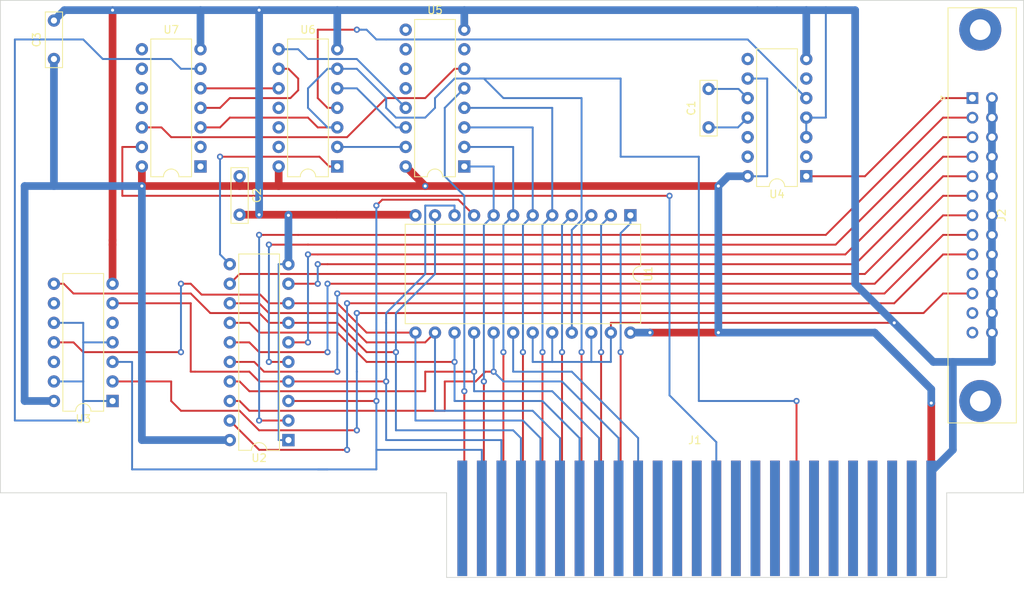
<source format=kicad_pcb>
(kicad_pcb (version 20171130) (host pcbnew 5.0.2+dfsg1-1+deb10u1)

  (general
    (thickness 1.6)
    (drawings 8)
    (tracks 515)
    (zones 0)
    (modules 12)
    (nets 93)
  )

  (page A4)
  (title_block
    (title "Apple II Print Buffer")
    (date 2023-10-27)
    (company Benningtons.net)
  )

  (layers
    (0 F.Cu signal)
    (31 B.Cu signal)
    (32 B.Adhes user)
    (33 F.Adhes user)
    (34 B.Paste user)
    (35 F.Paste user)
    (36 B.SilkS user)
    (37 F.SilkS user)
    (38 B.Mask user)
    (39 F.Mask user)
    (40 Dwgs.User user)
    (41 Cmts.User user)
    (42 Eco1.User user)
    (43 Eco2.User user)
    (44 Edge.Cuts user)
    (45 Margin user)
    (46 B.CrtYd user)
    (47 F.CrtYd user)
    (48 B.Fab user)
    (49 F.Fab user)
  )

  (setup
    (last_trace_width 0.25)
    (user_trace_width 1)
    (trace_clearance 0.2)
    (zone_clearance 0.508)
    (zone_45_only no)
    (trace_min 0.2)
    (segment_width 0.2)
    (edge_width 0.1)
    (via_size 0.8)
    (via_drill 0.4)
    (via_min_size 0.4)
    (via_min_drill 0.3)
    (uvia_size 0.3)
    (uvia_drill 0.1)
    (uvias_allowed no)
    (uvia_min_size 0.2)
    (uvia_min_drill 0.1)
    (pcb_text_width 0.3)
    (pcb_text_size 1.5 1.5)
    (mod_edge_width 0.15)
    (mod_text_size 1 1)
    (mod_text_width 0.15)
    (pad_size 1.5 1.5)
    (pad_drill 0.6)
    (pad_to_mask_clearance 0)
    (solder_mask_min_width 0.25)
    (aux_axis_origin 0 0)
    (visible_elements FFFFFF7F)
    (pcbplotparams
      (layerselection 0x010fc_ffffffff)
      (usegerberextensions false)
      (usegerberattributes false)
      (usegerberadvancedattributes false)
      (creategerberjobfile false)
      (excludeedgelayer true)
      (linewidth 0.100000)
      (plotframeref false)
      (viasonmask false)
      (mode 1)
      (useauxorigin false)
      (hpglpennumber 1)
      (hpglpenspeed 20)
      (hpglpendiameter 15.000000)
      (psnegative false)
      (psa4output false)
      (plotreference true)
      (plotvalue true)
      (plotinvisibletext false)
      (padsonsilk false)
      (subtractmaskfromsilk false)
      (outputformat 1)
      (mirror false)
      (drillshape 1)
      (scaleselection 1)
      (outputdirectory ""))
  )

  (net 0 "")
  (net 1 "Net-(C1-Pad1)")
  (net 2 "Net-(C1-Pad2)")
  (net 3 GND)
  (net 4 +5V)
  (net 5 Q3-2MHz-Clock)
  (net 6 A5)
  (net 7 Device-Select)
  (net 8 D7)
  (net 9 A7)
  (net 10 D6)
  (net 11 D5)
  (net 12 R~W)
  (net 13 "Net-(J1-Pad50)")
  (net 14 D1)
  (net 15 D0)
  (net 16 A1)
  (net 17 D2)
  (net 18 A3)
  (net 19 A2)
  (net 20 D3)
  (net 21 D4)
  (net 22 A4)
  (net 23 IO-Select)
  (net 24 A0)
  (net 25 A6)
  (net 26 "Net-(J1-Pad10)")
  (net 27 "Net-(J1-Pad11)")
  (net 28 "Net-(J1-Pad12)")
  (net 29 "Net-(J1-Pad13)")
  (net 30 "Net-(J1-Pad14)")
  (net 31 "Net-(J1-Pad15)")
  (net 32 "Net-(J1-Pad16)")
  (net 33 "Net-(J1-Pad17)")
  (net 34 "Net-(J1-Pad19)")
  (net 35 "Net-(J1-Pad20)")
  (net 36 "Net-(J1-Pad21)")
  (net 37 "Net-(J1-Pad22)")
  (net 38 "Net-(J1-Pad23)")
  (net 39 "Net-(J1-Pad24)")
  (net 40 "Net-(J1-Pad40)")
  (net 41 "Net-(J1-Pad39)")
  (net 42 "Net-(J1-Pad38)")
  (net 43 "Net-(J1-Pad36)")
  (net 44 "Net-(J1-Pad35)")
  (net 45 "Net-(J1-Pad34)")
  (net 46 "Net-(J1-Pad33)")
  (net 47 "Net-(J1-Pad32)")
  (net 48 "Net-(J1-Pad31)")
  (net 49 "Net-(J1-Pad30)")
  (net 50 "Net-(J1-Pad29)")
  (net 51 "Net-(J1-Pad28)")
  (net 52 "Net-(J1-Pad27)")
  (net 53 ~Data-Strobe)
  (net 54 "Net-(J2-Pad3)")
  (net 55 "Net-(J2-Pad5)")
  (net 56 "Net-(J2-Pad7)")
  (net 57 "Net-(J2-Pad9)")
  (net 58 Printer-Busy)
  (net 59 "Net-(J2-Pad13)")
  (net 60 "Net-(U2-Pad11)")
  (net 61 "Net-(U3-Pad1)")
  (net 62 "Net-(U3-Pad9)")
  (net 63 "Net-(U3-Pad5)")
  (net 64 "Net-(U3-Pad12)")
  (net 65 "Net-(U4-Pad6)")
  (net 66 "Net-(U4-Pad5)")
  (net 67 "Net-(U5-Pad9)")
  (net 68 "Net-(U5-Pad10)")
  (net 69 "Net-(U5-Pad11)")
  (net 70 "Net-(U5-Pad12)")
  (net 71 "Net-(U5-Pad13)")
  (net 72 "Net-(U5-Pad6)")
  (net 73 "Net-(U5-Pad14)")
  (net 74 "Net-(U5-Pad7)")
  (net 75 "Net-(U5-Pad15)")
  (net 76 "Net-(U6-Pad13)")
  (net 77 "Net-(U6-Pad12)")
  (net 78 "Net-(U6-Pad11)")
  (net 79 "Net-(U6-Pad10)")
  (net 80 "Net-(U6-Pad9)")
  (net 81 "Net-(U7-Pad1)")
  (net 82 "Net-(U7-Pad8)")
  (net 83 "Net-(U7-Pad2)")
  (net 84 "Net-(U7-Pad9)")
  (net 85 "Net-(U7-Pad10)")
  (net 86 "Net-(U7-Pad11)")
  (net 87 "Net-(J2-Pad11)")
  (net 88 "Net-(J2-Pad15)")
  (net 89 "Net-(J2-Pad17)")
  (net 90 "Net-(J2-Pad19)")
  (net 91 "Net-(J2-Pad23)")
  (net 92 "Net-(J2-Pad25)")

  (net_class Default "This is the default net class."
    (clearance 0.2)
    (trace_width 0.25)
    (via_dia 0.8)
    (via_drill 0.4)
    (uvia_dia 0.3)
    (uvia_drill 0.1)
    (add_net +5V)
    (add_net A0)
    (add_net A1)
    (add_net A2)
    (add_net A3)
    (add_net A4)
    (add_net A5)
    (add_net A6)
    (add_net A7)
    (add_net D0)
    (add_net D1)
    (add_net D2)
    (add_net D3)
    (add_net D4)
    (add_net D5)
    (add_net D6)
    (add_net D7)
    (add_net Device-Select)
    (add_net GND)
    (add_net IO-Select)
    (add_net "Net-(C1-Pad1)")
    (add_net "Net-(C1-Pad2)")
    (add_net "Net-(J1-Pad10)")
    (add_net "Net-(J1-Pad11)")
    (add_net "Net-(J1-Pad12)")
    (add_net "Net-(J1-Pad13)")
    (add_net "Net-(J1-Pad14)")
    (add_net "Net-(J1-Pad15)")
    (add_net "Net-(J1-Pad16)")
    (add_net "Net-(J1-Pad17)")
    (add_net "Net-(J1-Pad19)")
    (add_net "Net-(J1-Pad20)")
    (add_net "Net-(J1-Pad21)")
    (add_net "Net-(J1-Pad22)")
    (add_net "Net-(J1-Pad23)")
    (add_net "Net-(J1-Pad24)")
    (add_net "Net-(J1-Pad27)")
    (add_net "Net-(J1-Pad28)")
    (add_net "Net-(J1-Pad29)")
    (add_net "Net-(J1-Pad30)")
    (add_net "Net-(J1-Pad31)")
    (add_net "Net-(J1-Pad32)")
    (add_net "Net-(J1-Pad33)")
    (add_net "Net-(J1-Pad34)")
    (add_net "Net-(J1-Pad35)")
    (add_net "Net-(J1-Pad36)")
    (add_net "Net-(J1-Pad38)")
    (add_net "Net-(J1-Pad39)")
    (add_net "Net-(J1-Pad40)")
    (add_net "Net-(J1-Pad50)")
    (add_net "Net-(J2-Pad11)")
    (add_net "Net-(J2-Pad13)")
    (add_net "Net-(J2-Pad15)")
    (add_net "Net-(J2-Pad17)")
    (add_net "Net-(J2-Pad19)")
    (add_net "Net-(J2-Pad23)")
    (add_net "Net-(J2-Pad25)")
    (add_net "Net-(J2-Pad3)")
    (add_net "Net-(J2-Pad5)")
    (add_net "Net-(J2-Pad7)")
    (add_net "Net-(J2-Pad9)")
    (add_net "Net-(U2-Pad11)")
    (add_net "Net-(U3-Pad1)")
    (add_net "Net-(U3-Pad12)")
    (add_net "Net-(U3-Pad5)")
    (add_net "Net-(U3-Pad9)")
    (add_net "Net-(U4-Pad5)")
    (add_net "Net-(U4-Pad6)")
    (add_net "Net-(U5-Pad10)")
    (add_net "Net-(U5-Pad11)")
    (add_net "Net-(U5-Pad12)")
    (add_net "Net-(U5-Pad13)")
    (add_net "Net-(U5-Pad14)")
    (add_net "Net-(U5-Pad15)")
    (add_net "Net-(U5-Pad6)")
    (add_net "Net-(U5-Pad7)")
    (add_net "Net-(U5-Pad9)")
    (add_net "Net-(U6-Pad10)")
    (add_net "Net-(U6-Pad11)")
    (add_net "Net-(U6-Pad12)")
    (add_net "Net-(U6-Pad13)")
    (add_net "Net-(U6-Pad9)")
    (add_net "Net-(U7-Pad1)")
    (add_net "Net-(U7-Pad10)")
    (add_net "Net-(U7-Pad11)")
    (add_net "Net-(U7-Pad2)")
    (add_net "Net-(U7-Pad8)")
    (add_net "Net-(U7-Pad9)")
    (add_net Printer-Busy)
    (add_net Q3-2MHz-Clock)
    (add_net R~W)
    (add_net ~Data-Strobe)
  )

  (module Print-Buffer:IDC-Header_2x13_P2.54mm_Vertical_Lock (layer F.Cu) (tedit 6539A311) (tstamp 6535B380)
    (at 209.55 81.28)
    (descr "Connector IDC Locked, 26 contacts")
    (tags "connector idc locked")
    (path /653CD63A)
    (fp_text reference J2 (at 3.81 15.24 270) (layer F.SilkS)
      (effects (font (size 1 1) (thickness 0.15)))
    )
    (fp_text value CONN_13X2 (at -4.826 14.732 270) (layer F.Fab)
      (effects (font (size 1 1) (thickness 0.15)))
    )
    (fp_text user %R (at 3.81 15.24 90) (layer F.Fab)
      (effects (font (size 1 1) (thickness 0.15)))
    )
    (fp_line (start -1.016 0) (end -2.286 0.762) (layer F.Fab) (width 0.1))
    (fp_line (start -2.286 -0.762) (end -1.016 0) (layer F.Fab) (width 0.1))
    (fp_line (start -4.064 0.254) (end -4.064 -0.254) (layer F.SilkS) (width 0.12))
    (fp_line (start -3.556 0) (end -4.064 0.254) (layer F.SilkS) (width 0.12))
    (fp_line (start -4.064 -0.254) (end -3.556 0) (layer F.SilkS) (width 0.12))
    (fp_line (start 5.59 -10.92) (end -3.05 -10.92) (layer F.Fab) (width 0.1))
    (fp_line (start -3.05 -10.92) (end -3.05 41.4) (layer F.Fab) (width 0.1))
    (fp_line (start -3.05 41.4) (end 5.59 41.4) (layer F.Fab) (width 0.1))
    (fp_line (start 5.59 41.4) (end 5.59 -10.92) (layer F.Fab) (width 0.1))
    (fp_line (start -3.05 13.46) (end -2.29 13.46) (layer F.Fab) (width 0.1))
    (fp_line (start -2.29 13.46) (end -2.29 -3.81) (layer F.Fab) (width 0.1))
    (fp_line (start -2.29 -3.81) (end 4.83 -3.81) (layer F.Fab) (width 0.1))
    (fp_line (start 4.83 -3.81) (end 4.83 34.29) (layer F.Fab) (width 0.1))
    (fp_line (start 4.83 34.29) (end -2.29 34.29) (layer F.Fab) (width 0.1))
    (fp_line (start -2.29 34.29) (end -2.29 17.02) (layer F.Fab) (width 0.1))
    (fp_line (start -2.29 17.02) (end -3.05 17.02) (layer F.Fab) (width 0.1))
    (fp_line (start 5.84 -11.87) (end 5.84 42.35) (layer F.CrtYd) (width 0.05))
    (fp_line (start 5.84 -11.87) (end -3.3 -11.87) (layer F.CrtYd) (width 0.05))
    (fp_line (start -3.3 42.35) (end 5.84 42.35) (layer F.CrtYd) (width 0.05))
    (fp_line (start -3.3 42.35) (end -3.3 -11.87) (layer F.CrtYd) (width 0.05))
    (fp_line (start 5.71 -11.74) (end 5.71 42.22) (layer F.SilkS) (width 0.12))
    (fp_line (start 5.71 -11.74) (end -3.17 -11.74) (layer F.SilkS) (width 0.12))
    (fp_line (start -3.17 42.22) (end 5.71 42.22) (layer F.SilkS) (width 0.12))
    (fp_line (start -3.17 42.22) (end -3.17 -11.74) (layer F.SilkS) (width 0.12))
    (pad 1 thru_hole rect (at 0 0 270) (size 1.52 1.52) (drill 0.91) (layers *.Cu *.Mask)
      (net 53 ~Data-Strobe))
    (pad 2 thru_hole circle (at 2.54 0 270) (size 1.52 1.52) (drill 0.91) (layers *.Cu *.Mask)
      (net 3 GND))
    (pad 3 thru_hole circle (at 0 2.54 270) (size 1.52 1.52) (drill 0.91) (layers *.Cu *.Mask)
      (net 54 "Net-(J2-Pad3)"))
    (pad 4 thru_hole circle (at 2.54 2.54 270) (size 1.52 1.52) (drill 0.91) (layers *.Cu *.Mask)
      (net 3 GND))
    (pad 5 thru_hole circle (at 0 5.08 270) (size 1.52 1.52) (drill 0.91) (layers *.Cu *.Mask)
      (net 55 "Net-(J2-Pad5)"))
    (pad 6 thru_hole circle (at 2.54 5.08 270) (size 1.52 1.52) (drill 0.91) (layers *.Cu *.Mask)
      (net 3 GND))
    (pad 7 thru_hole circle (at 0 7.62 270) (size 1.52 1.52) (drill 0.91) (layers *.Cu *.Mask)
      (net 56 "Net-(J2-Pad7)"))
    (pad 8 thru_hole circle (at 2.54 7.62 270) (size 1.52 1.52) (drill 0.91) (layers *.Cu *.Mask)
      (net 3 GND))
    (pad 9 thru_hole circle (at 0 10.16 270) (size 1.52 1.52) (drill 0.91) (layers *.Cu *.Mask)
      (net 57 "Net-(J2-Pad9)"))
    (pad 10 thru_hole circle (at 2.54 10.16 270) (size 1.52 1.52) (drill 0.91) (layers *.Cu *.Mask)
      (net 3 GND))
    (pad 11 thru_hole circle (at 0 12.7 270) (size 1.52 1.52) (drill 0.91) (layers *.Cu *.Mask)
      (net 87 "Net-(J2-Pad11)"))
    (pad 12 thru_hole circle (at 2.54 12.7 270) (size 1.52 1.52) (drill 0.91) (layers *.Cu *.Mask)
      (net 3 GND))
    (pad 13 thru_hole circle (at 0 15.24 270) (size 1.52 1.52) (drill 0.91) (layers *.Cu *.Mask)
      (net 59 "Net-(J2-Pad13)"))
    (pad 14 thru_hole circle (at 2.54 15.24 270) (size 1.52 1.52) (drill 0.91) (layers *.Cu *.Mask)
      (net 3 GND))
    (pad 15 thru_hole circle (at 0 17.78 270) (size 1.52 1.52) (drill 0.91) (layers *.Cu *.Mask)
      (net 88 "Net-(J2-Pad15)"))
    (pad 16 thru_hole circle (at 2.54 17.78 270) (size 1.52 1.52) (drill 0.91) (layers *.Cu *.Mask)
      (net 3 GND))
    (pad 17 thru_hole circle (at 0 20.32 270) (size 1.52 1.52) (drill 0.91) (layers *.Cu *.Mask)
      (net 89 "Net-(J2-Pad17)"))
    (pad 18 thru_hole circle (at 2.54 20.32 270) (size 1.52 1.52) (drill 0.91) (layers *.Cu *.Mask)
      (net 3 GND))
    (pad 19 thru_hole circle (at 0 22.86 270) (size 1.52 1.52) (drill 0.91) (layers *.Cu *.Mask)
      (net 90 "Net-(J2-Pad19)"))
    (pad 20 thru_hole circle (at 2.54 22.86 270) (size 1.52 1.52) (drill 0.91) (layers *.Cu *.Mask)
      (net 3 GND))
    (pad "" thru_hole circle (at 1.02 -8.89 270) (size 5.46 5.46) (drill 2.69) (layers *.Cu *.Mask))
    (pad 21 thru_hole circle (at 0 25.4 270) (size 1.52 1.52) (drill 0.91) (layers *.Cu *.Mask)
      (net 58 Printer-Busy))
    (pad 22 thru_hole circle (at 2.54 25.4 270) (size 1.52 1.52) (drill 0.91) (layers *.Cu *.Mask)
      (net 3 GND))
    (pad 23 thru_hole circle (at 0 27.94 270) (size 1.52 1.52) (drill 0.91) (layers *.Cu *.Mask)
      (net 91 "Net-(J2-Pad23)"))
    (pad 24 thru_hole circle (at 2.54 27.94 270) (size 1.52 1.52) (drill 0.91) (layers *.Cu *.Mask)
      (net 3 GND))
    (pad 25 thru_hole circle (at 0 30.48 270) (size 1.52 1.52) (drill 0.91) (layers *.Cu *.Mask)
      (net 92 "Net-(J2-Pad25)"))
    (pad 26 thru_hole circle (at 2.54 30.48 270) (size 1.52 1.52) (drill 0.91) (layers *.Cu *.Mask)
      (net 3 GND))
    (pad "" thru_hole circle (at 1.02 39.37 270) (size 5.46 5.46) (drill 2.69) (layers *.Cu *.Mask))
    (model ${KISYS3DMOD}/Connector_IDC.3dshapes/IDC-Header_2x13_P2.54mm_Vertical_Lock.wrl
      (at (xyz 0 0 0))
      (scale (xyz 1 1 1))
      (rotate (xyz 0 0 0))
    )
  )

  (module Print-Buffer:C_Rect_L7.0mm_W2.0mm_P5.00mm (layer F.Cu) (tedit 5AE50EF0) (tstamp 65383AA3)
    (at 175.26 85.09 90)
    (descr "C, Rect series, Radial, pin pitch=5.00mm, , length*width=7*2mm^2, Capacitor")
    (tags "C Rect series Radial pin pitch 5.00mm  length 7mm width 2mm Capacitor")
    (path /6561A2B7)
    (fp_text reference C1 (at 2.5 -2.25 90) (layer F.SilkS)
      (effects (font (size 1 1) (thickness 0.15)))
    )
    (fp_text value 1nF (at 2.5 2.25 90) (layer F.Fab)
      (effects (font (size 1 1) (thickness 0.15)))
    )
    (fp_line (start -1 -1) (end -1 1) (layer F.Fab) (width 0.1))
    (fp_line (start -1 1) (end 6 1) (layer F.Fab) (width 0.1))
    (fp_line (start 6 1) (end 6 -1) (layer F.Fab) (width 0.1))
    (fp_line (start 6 -1) (end -1 -1) (layer F.Fab) (width 0.1))
    (fp_line (start -1.12 -1.12) (end 6.12 -1.12) (layer F.SilkS) (width 0.12))
    (fp_line (start -1.12 1.12) (end 6.12 1.12) (layer F.SilkS) (width 0.12))
    (fp_line (start -1.12 -1.12) (end -1.12 1.12) (layer F.SilkS) (width 0.12))
    (fp_line (start 6.12 -1.12) (end 6.12 1.12) (layer F.SilkS) (width 0.12))
    (fp_line (start -1.25 -1.25) (end -1.25 1.25) (layer F.CrtYd) (width 0.05))
    (fp_line (start -1.25 1.25) (end 6.25 1.25) (layer F.CrtYd) (width 0.05))
    (fp_line (start 6.25 1.25) (end 6.25 -1.25) (layer F.CrtYd) (width 0.05))
    (fp_line (start 6.25 -1.25) (end -1.25 -1.25) (layer F.CrtYd) (width 0.05))
    (fp_text user %R (at 2.5 0 90) (layer F.Fab)
      (effects (font (size 1 1) (thickness 0.15)))
    )
    (pad 1 thru_hole circle (at 0 0 90) (size 1.6 1.6) (drill 0.8) (layers *.Cu *.Mask)
      (net 1 "Net-(C1-Pad1)"))
    (pad 2 thru_hole circle (at 5 0 90) (size 1.6 1.6) (drill 0.8) (layers *.Cu *.Mask)
      (net 2 "Net-(C1-Pad2)"))
    (model ${KISYS3DMOD}/Capacitor_THT.3dshapes/C_Rect_L7.0mm_W2.0mm_P5.00mm.wrl
      (at (xyz 0 0 0))
      (scale (xyz 1 1 1))
      (rotate (xyz 0 0 0))
    )
  )

  (module Print-Buffer:C_Rect_L7.0mm_W2.0mm_P5.00mm (layer F.Cu) (tedit 5AE50EF0) (tstamp 6535B2FD)
    (at 114.3 91.44 270)
    (descr "C, Rect series, Radial, pin pitch=5.00mm, , length*width=7*2mm^2, Capacitor")
    (tags "C Rect series Radial pin pitch 5.00mm  length 7mm width 2mm Capacitor")
    (path /653B3C1B)
    (fp_text reference C2 (at 2.5 -2.25 270) (layer F.SilkS)
      (effects (font (size 1 1) (thickness 0.15)))
    )
    (fp_text value 47nF (at 2.5 2.25 270) (layer F.Fab)
      (effects (font (size 1 1) (thickness 0.15)))
    )
    (fp_text user %R (at 2.5 0 270) (layer F.Fab)
      (effects (font (size 1 1) (thickness 0.15)))
    )
    (fp_line (start 6.25 -1.25) (end -1.25 -1.25) (layer F.CrtYd) (width 0.05))
    (fp_line (start 6.25 1.25) (end 6.25 -1.25) (layer F.CrtYd) (width 0.05))
    (fp_line (start -1.25 1.25) (end 6.25 1.25) (layer F.CrtYd) (width 0.05))
    (fp_line (start -1.25 -1.25) (end -1.25 1.25) (layer F.CrtYd) (width 0.05))
    (fp_line (start 6.12 -1.12) (end 6.12 1.12) (layer F.SilkS) (width 0.12))
    (fp_line (start -1.12 -1.12) (end -1.12 1.12) (layer F.SilkS) (width 0.12))
    (fp_line (start -1.12 1.12) (end 6.12 1.12) (layer F.SilkS) (width 0.12))
    (fp_line (start -1.12 -1.12) (end 6.12 -1.12) (layer F.SilkS) (width 0.12))
    (fp_line (start 6 -1) (end -1 -1) (layer F.Fab) (width 0.1))
    (fp_line (start 6 1) (end 6 -1) (layer F.Fab) (width 0.1))
    (fp_line (start -1 1) (end 6 1) (layer F.Fab) (width 0.1))
    (fp_line (start -1 -1) (end -1 1) (layer F.Fab) (width 0.1))
    (pad 2 thru_hole circle (at 5 0 270) (size 1.6 1.6) (drill 0.8) (layers *.Cu *.Mask)
      (net 3 GND))
    (pad 1 thru_hole circle (at 0 0 270) (size 1.6 1.6) (drill 0.8) (layers *.Cu *.Mask)
      (net 4 +5V))
    (model ${KISYS3DMOD}/Capacitor_THT.3dshapes/C_Rect_L7.0mm_W2.0mm_P5.00mm.wrl
      (at (xyz 0 0 0))
      (scale (xyz 1 1 1))
      (rotate (xyz 0 0 0))
    )
  )

  (module Print-Buffer:C_Rect_L7.0mm_W2.0mm_P5.00mm (layer F.Cu) (tedit 5AE50EF0) (tstamp 6535B310)
    (at 90.17 76.2 90)
    (descr "C, Rect series, Radial, pin pitch=5.00mm, , length*width=7*2mm^2, Capacitor")
    (tags "C Rect series Radial pin pitch 5.00mm  length 7mm width 2mm Capacitor")
    (path /653E6A6A)
    (fp_text reference C3 (at 2.5 -2.25 90) (layer F.SilkS)
      (effects (font (size 1 1) (thickness 0.15)))
    )
    (fp_text value 47nF (at 2.5 2.25 90) (layer F.Fab)
      (effects (font (size 1 1) (thickness 0.15)))
    )
    (fp_line (start -1 -1) (end -1 1) (layer F.Fab) (width 0.1))
    (fp_line (start -1 1) (end 6 1) (layer F.Fab) (width 0.1))
    (fp_line (start 6 1) (end 6 -1) (layer F.Fab) (width 0.1))
    (fp_line (start 6 -1) (end -1 -1) (layer F.Fab) (width 0.1))
    (fp_line (start -1.12 -1.12) (end 6.12 -1.12) (layer F.SilkS) (width 0.12))
    (fp_line (start -1.12 1.12) (end 6.12 1.12) (layer F.SilkS) (width 0.12))
    (fp_line (start -1.12 -1.12) (end -1.12 1.12) (layer F.SilkS) (width 0.12))
    (fp_line (start 6.12 -1.12) (end 6.12 1.12) (layer F.SilkS) (width 0.12))
    (fp_line (start -1.25 -1.25) (end -1.25 1.25) (layer F.CrtYd) (width 0.05))
    (fp_line (start -1.25 1.25) (end 6.25 1.25) (layer F.CrtYd) (width 0.05))
    (fp_line (start 6.25 1.25) (end 6.25 -1.25) (layer F.CrtYd) (width 0.05))
    (fp_line (start 6.25 -1.25) (end -1.25 -1.25) (layer F.CrtYd) (width 0.05))
    (fp_text user %R (at 2.5 0 90) (layer F.Fab)
      (effects (font (size 1 1) (thickness 0.15)))
    )
    (pad 1 thru_hole circle (at 0 0 90) (size 1.6 1.6) (drill 0.8) (layers *.Cu *.Mask)
      (net 4 +5V))
    (pad 2 thru_hole circle (at 5 0 90) (size 1.6 1.6) (drill 0.8) (layers *.Cu *.Mask)
      (net 3 GND))
    (model ${KISYS3DMOD}/Capacitor_THT.3dshapes/C_Rect_L7.0mm_W2.0mm_P5.00mm.wrl
      (at (xyz 0 0 0))
      (scale (xyz 1 1 1))
      (rotate (xyz 0 0 0))
    )
  )

  (module Print-Buffer:Connector_2x25_P1.27mm_Polarized_Edge (layer F.Cu) (tedit 6535AFD6) (tstamp 6535B347)
    (at 173.4693 133.3627)
    (descr "card edge connector for PCB's with 50 contacts")
    (tags "conn card-edge")
    (path /65286B82)
    (attr virtual)
    (fp_text reference J1 (at 0 -7.62) (layer F.SilkS)
      (effects (font (size 1 1) (thickness 0.15)))
    )
    (fp_text value Apple-II-Expansion-Slot (at 0 11.684) (layer F.Fab)
      (effects (font (size 1 1) (thickness 0.15)))
    )
    (fp_text user %R (at 0 -7.62) (layer F.Fab)
      (effects (font (size 1 1) (thickness 0.15)))
    )
    (pad 37 connect rect (at 2.794 0) (size 1.27 15) (drill (offset 0 2.54)) (layers B.Cu B.Mask)
      (net 5 Q3-2MHz-Clock))
    (pad 7 connect rect (at -14.986 0) (size 1.27 15) (drill (offset 0 2.54)) (layers F.Cu F.Mask)
      (net 6 A5))
    (pad 41 connect rect (at -7.366 0) (size 1.27 15) (drill (offset 0 2.54)) (layers B.Cu B.Mask)
      (net 7 Device-Select))
    (pad 42 connect rect (at -9.906 0) (size 1.27 15) (drill (offset 0 2.54)) (layers B.Cu B.Mask)
      (net 8 D7))
    (pad 9 connect rect (at -9.906 0) (size 1.27 15) (drill (offset 0 2.54)) (layers F.Cu F.Mask)
      (net 9 A7))
    (pad 43 connect rect (at -12.446 0) (size 1.27 15) (drill (offset 0 2.54)) (layers B.Cu B.Mask)
      (net 10 D6))
    (pad 44 connect rect (at -14.986 0) (size 1.27 15) (drill (offset 0 2.54)) (layers B.Cu B.Mask)
      (net 11 D5))
    (pad 18 connect rect (at 12.954 0) (size 1.27 15) (drill (offset 0 2.54)) (layers F.Cu F.Mask)
      (net 12 R~W))
    (pad 50 connect rect (at -30.226 0) (size 1.27 15) (drill (offset 0 2.54)) (layers B.Cu B.Mask)
      (net 13 "Net-(J1-Pad50)"))
    (pad 48 connect rect (at -25.146 0) (size 1.27 15) (drill (offset 0 2.54)) (layers B.Cu B.Mask)
      (net 14 D1))
    (pad 49 connect rect (at -27.686 0) (size 1.27 15) (drill (offset 0 2.54)) (layers B.Cu B.Mask)
      (net 15 D0))
    (pad 3 connect rect (at -25.146 0) (size 1.27 15) (drill (offset 0 2.54)) (layers F.Cu F.Mask)
      (net 16 A1))
    (pad 47 connect rect (at -22.606 0) (size 1.27 15) (drill (offset 0 2.54)) (layers B.Cu B.Mask)
      (net 17 D2))
    (pad 5 connect rect (at -20.066 0) (size 1.27 15) (drill (offset 0 2.54)) (layers F.Cu F.Mask)
      (net 18 A3))
    (pad 4 connect rect (at -22.606 0) (size 1.27 15) (drill (offset 0 2.54)) (layers F.Cu F.Mask)
      (net 19 A2))
    (pad 46 connect rect (at -20.066 0) (size 1.27 15) (drill (offset 0 2.54)) (layers B.Cu B.Mask)
      (net 20 D3))
    (pad 45 connect rect (at -17.526 0) (size 1.27 15) (drill (offset 0 2.54)) (layers B.Cu B.Mask)
      (net 21 D4))
    (pad 6 connect rect (at -17.526 0) (size 1.27 15) (drill (offset 0 2.54)) (layers F.Cu F.Mask)
      (net 22 A4))
    (pad 26 connect rect (at 30.734 0) (size 1.27 15) (drill (offset 0 2.54)) (layers B.Cu B.Mask)
      (net 3 GND))
    (pad 1 connect rect (at -30.226 0) (size 1.27 15) (drill (offset 0 2.54)) (layers F.Cu F.Mask)
      (net 23 IO-Select))
    (pad 2 connect rect (at -27.686 0) (size 1.27 15) (drill (offset 0 2.54)) (layers F.Cu F.Mask)
      (net 24 A0))
    (pad 8 connect rect (at -12.446 0) (size 1.27 15) (drill (offset 0 2.54)) (layers F.Cu F.Mask)
      (net 25 A6))
    (pad 25 connect rect (at 30.734 0) (size 1.27 15) (drill (offset 0 2.54)) (layers F.Cu F.Mask)
      (net 4 +5V))
    (pad 10 connect rect (at -7.366 0) (size 1.27 15) (drill (offset 0 2.54)) (layers F.Cu F.Mask)
      (net 26 "Net-(J1-Pad10)"))
    (pad 11 connect rect (at -4.826 0) (size 1.27 15) (drill (offset 0 2.54)) (layers F.Cu F.Mask)
      (net 27 "Net-(J1-Pad11)"))
    (pad 12 connect rect (at -2.286 0) (size 1.27 15) (drill (offset 0 2.54)) (layers F.Cu F.Mask)
      (net 28 "Net-(J1-Pad12)"))
    (pad 13 connect rect (at 0.254 0) (size 1.27 15) (drill (offset 0 2.54)) (layers F.Cu F.Mask)
      (net 29 "Net-(J1-Pad13)"))
    (pad 14 connect rect (at 2.794 0) (size 1.27 15) (drill (offset 0 2.54)) (layers F.Cu F.Mask)
      (net 30 "Net-(J1-Pad14)"))
    (pad 15 connect rect (at 5.334 0) (size 1.27 15) (drill (offset 0 2.54)) (layers F.Cu F.Mask)
      (net 31 "Net-(J1-Pad15)"))
    (pad 16 connect rect (at 7.874 0) (size 1.27 15) (drill (offset 0 2.54)) (layers F.Cu F.Mask)
      (net 32 "Net-(J1-Pad16)"))
    (pad 17 connect rect (at 10.414 0) (size 1.27 15) (drill (offset 0 2.54)) (layers F.Cu F.Mask)
      (net 33 "Net-(J1-Pad17)"))
    (pad 19 connect rect (at 15.494 0) (size 1.27 15) (drill (offset 0 2.54)) (layers F.Cu F.Mask)
      (net 34 "Net-(J1-Pad19)"))
    (pad 20 connect rect (at 18.034 0) (size 1.27 15) (drill (offset 0 2.54)) (layers F.Cu F.Mask)
      (net 35 "Net-(J1-Pad20)"))
    (pad 21 connect rect (at 20.574 0) (size 1.27 15) (drill (offset 0 2.54)) (layers F.Cu F.Mask)
      (net 36 "Net-(J1-Pad21)"))
    (pad 22 connect rect (at 23.114 0) (size 1.27 15) (drill (offset 0 2.54)) (layers F.Cu F.Mask)
      (net 37 "Net-(J1-Pad22)"))
    (pad 23 connect rect (at 25.654 0) (size 1.27 15) (drill (offset 0 2.54)) (layers F.Cu F.Mask)
      (net 38 "Net-(J1-Pad23)"))
    (pad 24 connect rect (at 28.194 0) (size 1.27 15) (drill (offset 0 2.54)) (layers F.Cu F.Mask)
      (net 39 "Net-(J1-Pad24)"))
    (pad 40 connect rect (at -4.826 0) (size 1.27 15) (drill (offset 0 2.54)) (layers B.Cu B.Mask)
      (net 40 "Net-(J1-Pad40)"))
    (pad 39 connect rect (at -2.286 0) (size 1.27 15) (drill (offset 0 2.54)) (layers B.Cu B.Mask)
      (net 41 "Net-(J1-Pad39)"))
    (pad 38 connect rect (at 0.254 0) (size 1.27 15) (drill (offset 0 2.54)) (layers B.Cu B.Mask)
      (net 42 "Net-(J1-Pad38)"))
    (pad 36 connect rect (at 5.334 0) (size 1.27 15) (drill (offset 0 2.54)) (layers B.Cu B.Mask)
      (net 43 "Net-(J1-Pad36)"))
    (pad 35 connect rect (at 7.874 0) (size 1.27 15) (drill (offset 0 2.54)) (layers B.Cu B.Mask)
      (net 44 "Net-(J1-Pad35)"))
    (pad 34 connect rect (at 10.414 0) (size 1.27 15) (drill (offset 0 2.54)) (layers B.Cu B.Mask)
      (net 45 "Net-(J1-Pad34)"))
    (pad 33 connect rect (at 12.954 0) (size 1.27 15) (drill (offset 0 2.54)) (layers B.Cu B.Mask)
      (net 46 "Net-(J1-Pad33)"))
    (pad 32 connect rect (at 15.494 0) (size 1.27 15) (drill (offset 0 2.54)) (layers B.Cu B.Mask)
      (net 47 "Net-(J1-Pad32)"))
    (pad 31 connect rect (at 18.034 0) (size 1.27 15) (drill (offset 0 2.54)) (layers B.Cu B.Mask)
      (net 48 "Net-(J1-Pad31)"))
    (pad 30 connect rect (at 20.574 0) (size 1.27 15) (drill (offset 0 2.54)) (layers B.Cu B.Mask)
      (net 49 "Net-(J1-Pad30)"))
    (pad 29 connect rect (at 23.114 0) (size 1.27 15) (drill (offset 0 2.54)) (layers B.Cu B.Mask)
      (net 50 "Net-(J1-Pad29)"))
    (pad 28 connect rect (at 25.654 0) (size 1.27 15) (drill (offset 0 2.54)) (layers B.Cu B.Mask)
      (net 51 "Net-(J1-Pad28)"))
    (pad 27 connect rect (at 28.194 0) (size 1.27 15) (drill (offset 0 2.54)) (layers B.Cu B.Mask)
      (net 52 "Net-(J1-Pad27)"))
  )

  (module Print-Buffer:DIP-24_W15.24mm (layer F.Cu) (tedit 65358EA6) (tstamp 6535B3AC)
    (at 165.1 96.52 270)
    (descr "24-lead though-hole mounted DIP package, row spacing 15.24 mm")
    (tags "THT DIP 2.54mm 15.24mm")
    (path /65273288)
    (fp_text reference U1 (at 7.62 -2.33 270) (layer F.SilkS)
      (effects (font (size 1 1) (thickness 0.15)))
    )
    (fp_text value HM6116 (at 7.62 30.27 270) (layer F.Fab)
      (effects (font (size 1 1) (thickness 0.15)))
    )
    (fp_arc (start 7.62 -1.33) (end 6.62 -1.33) (angle -180) (layer F.SilkS) (width 0.12))
    (fp_line (start 1.255 -1.27) (end 14.985 -1.27) (layer F.Fab) (width 0.1))
    (fp_line (start 14.985 -1.27) (end 14.985 29.21) (layer F.Fab) (width 0.1))
    (fp_line (start 14.985 29.21) (end 0.255 29.21) (layer F.Fab) (width 0.1))
    (fp_line (start 0.255 29.21) (end 0.255 -0.27) (layer F.Fab) (width 0.1))
    (fp_line (start 0.255 -0.27) (end 1.255 -1.27) (layer F.Fab) (width 0.1))
    (fp_line (start 6.62 -1.33) (end 1.16 -1.33) (layer F.SilkS) (width 0.12))
    (fp_line (start 1.16 -1.33) (end 1.16 29.27) (layer F.SilkS) (width 0.12))
    (fp_line (start 1.16 29.27) (end 14.08 29.27) (layer F.SilkS) (width 0.12))
    (fp_line (start 14.08 29.27) (end 14.08 -1.33) (layer F.SilkS) (width 0.12))
    (fp_line (start 14.08 -1.33) (end 8.62 -1.33) (layer F.SilkS) (width 0.12))
    (fp_line (start -1.05 -1.55) (end -1.05 29.5) (layer F.CrtYd) (width 0.05))
    (fp_line (start -1.05 29.5) (end 16.3 29.5) (layer F.CrtYd) (width 0.05))
    (fp_line (start 16.3 29.5) (end 16.3 -1.55) (layer F.CrtYd) (width 0.05))
    (fp_line (start 16.3 -1.55) (end -1.05 -1.55) (layer F.CrtYd) (width 0.05))
    (fp_text user %R (at 7.62 13.97 270) (layer F.Fab)
      (effects (font (size 1 1) (thickness 0.15)))
    )
    (pad 1 thru_hole rect (at 0 0 270) (size 1.6 1.6) (drill 0.8) (layers *.Cu *.Mask)
      (net 9 A7))
    (pad 13 thru_hole oval (at 15.24 27.94 270) (size 1.6 1.6) (drill 0.8) (layers *.Cu *.Mask)
      (net 20 D3))
    (pad 2 thru_hole oval (at 0 2.54 270) (size 1.6 1.6) (drill 0.8) (layers *.Cu *.Mask)
      (net 25 A6))
    (pad 14 thru_hole oval (at 15.24 25.4 270) (size 1.6 1.6) (drill 0.8) (layers *.Cu *.Mask)
      (net 21 D4))
    (pad 3 thru_hole oval (at 0 5.08 270) (size 1.6 1.6) (drill 0.8) (layers *.Cu *.Mask)
      (net 6 A5))
    (pad 15 thru_hole oval (at 15.24 22.86 270) (size 1.6 1.6) (drill 0.8) (layers *.Cu *.Mask)
      (net 11 D5))
    (pad 4 thru_hole oval (at 0 7.62 270) (size 1.6 1.6) (drill 0.8) (layers *.Cu *.Mask)
      (net 22 A4))
    (pad 16 thru_hole oval (at 15.24 20.32 270) (size 1.6 1.6) (drill 0.8) (layers *.Cu *.Mask)
      (net 10 D6))
    (pad 5 thru_hole oval (at 0 10.16 270) (size 1.6 1.6) (drill 0.8) (layers *.Cu *.Mask)
      (net 18 A3))
    (pad 17 thru_hole oval (at 15.24 17.78 270) (size 1.6 1.6) (drill 0.8) (layers *.Cu *.Mask)
      (net 8 D7))
    (pad 6 thru_hole oval (at 0 12.7 270) (size 1.6 1.6) (drill 0.8) (layers *.Cu *.Mask)
      (net 19 A2))
    (pad 18 thru_hole oval (at 15.24 15.24 270) (size 1.6 1.6) (drill 0.8) (layers *.Cu *.Mask)
      (net 7 Device-Select))
    (pad 7 thru_hole oval (at 0 15.24 270) (size 1.6 1.6) (drill 0.8) (layers *.Cu *.Mask)
      (net 16 A1))
    (pad 19 thru_hole oval (at 15.24 12.7 270) (size 1.6 1.6) (drill 0.8) (layers *.Cu *.Mask)
      (net 3 GND))
    (pad 8 thru_hole oval (at 0 17.78 270) (size 1.6 1.6) (drill 0.8) (layers *.Cu *.Mask)
      (net 24 A0))
    (pad 20 thru_hole oval (at 15.24 10.16 270) (size 1.6 1.6) (drill 0.8) (layers *.Cu *.Mask)
      (net 3 GND))
    (pad 9 thru_hole oval (at 0 20.32 270) (size 1.6 1.6) (drill 0.8) (layers *.Cu *.Mask)
      (net 15 D0))
    (pad 21 thru_hole oval (at 15.24 7.62 270) (size 1.6 1.6) (drill 0.8) (layers *.Cu *.Mask)
      (net 12 R~W))
    (pad 10 thru_hole oval (at 0 22.86 270) (size 1.6 1.6) (drill 0.8) (layers *.Cu *.Mask)
      (net 14 D1))
    (pad 22 thru_hole oval (at 15.24 5.08 270) (size 1.6 1.6) (drill 0.8) (layers *.Cu *.Mask)
      (net 3 GND))
    (pad 11 thru_hole oval (at 0 25.4 270) (size 1.6 1.6) (drill 0.8) (layers *.Cu *.Mask)
      (net 17 D2))
    (pad 23 thru_hole oval (at 15.24 2.54 270) (size 1.6 1.6) (drill 0.8) (layers *.Cu *.Mask)
      (net 3 GND))
    (pad 12 thru_hole oval (at 0 27.94 270) (size 1.6 1.6) (drill 0.8) (layers *.Cu *.Mask)
      (net 3 GND))
    (pad 24 thru_hole oval (at 15.24 0 270) (size 1.6 1.6) (drill 0.8) (layers *.Cu *.Mask)
      (net 4 +5V))
    (model ${KISYS3DMOD}/Package_DIP.3dshapes/DIP-24_W15.24mm.wrl
      (at (xyz 0 0 0))
      (scale (xyz 1 1 1))
      (rotate (xyz 0 0 0))
    )
  )

  (module Print-Buffer:DIP-20_W7.62mm (layer F.Cu) (tedit 65358E34) (tstamp 6535B3D4)
    (at 120.65 125.73 180)
    (descr "20-lead though-hole mounted DIP package, row spacing 7.62 mm")
    (tags "THT DIP 2.54mm 7.62mm")
    (path /653FB0F5)
    (fp_text reference U2 (at 3.81 -2.33 180) (layer F.SilkS)
      (effects (font (size 1 1) (thickness 0.15)))
    )
    (fp_text value 74LS374 (at 3.81 25.19 180) (layer F.Fab)
      (effects (font (size 1 1) (thickness 0.15)))
    )
    (fp_arc (start 3.81 -1.33) (end 2.81 -1.33) (angle -180) (layer F.SilkS) (width 0.12))
    (fp_line (start 1.635 -1.27) (end 6.985 -1.27) (layer F.Fab) (width 0.1))
    (fp_line (start 6.985 -1.27) (end 6.985 24.13) (layer F.Fab) (width 0.1))
    (fp_line (start 6.985 24.13) (end 0.635 24.13) (layer F.Fab) (width 0.1))
    (fp_line (start 0.635 24.13) (end 0.635 -0.27) (layer F.Fab) (width 0.1))
    (fp_line (start 0.635 -0.27) (end 1.635 -1.27) (layer F.Fab) (width 0.1))
    (fp_line (start 2.81 -1.33) (end 1.16 -1.33) (layer F.SilkS) (width 0.12))
    (fp_line (start 1.16 -1.33) (end 1.16 24.19) (layer F.SilkS) (width 0.12))
    (fp_line (start 1.16 24.19) (end 6.46 24.19) (layer F.SilkS) (width 0.12))
    (fp_line (start 6.46 24.19) (end 6.46 -1.33) (layer F.SilkS) (width 0.12))
    (fp_line (start 6.46 -1.33) (end 4.81 -1.33) (layer F.SilkS) (width 0.12))
    (fp_line (start -1.1 -1.55) (end -1.1 24.4) (layer F.CrtYd) (width 0.05))
    (fp_line (start -1.1 24.4) (end 8.7 24.4) (layer F.CrtYd) (width 0.05))
    (fp_line (start 8.7 24.4) (end 8.7 -1.55) (layer F.CrtYd) (width 0.05))
    (fp_line (start 8.7 -1.55) (end -1.1 -1.55) (layer F.CrtYd) (width 0.05))
    (fp_text user %R (at 3.81 11.43 180) (layer F.Fab)
      (effects (font (size 1 1) (thickness 0.15)))
    )
    (pad 1 thru_hole rect (at 0 0 180) (size 1.6 1.6) (drill 0.8) (layers *.Cu *.Mask)
      (net 3 GND))
    (pad 11 thru_hole oval (at 7.62 22.86 180) (size 1.6 1.6) (drill 0.8) (layers *.Cu *.Mask)
      (net 60 "Net-(U2-Pad11)"))
    (pad 2 thru_hole oval (at 0 2.54 180) (size 1.6 1.6) (drill 0.8) (layers *.Cu *.Mask)
      (net 54 "Net-(J2-Pad3)"))
    (pad 12 thru_hole oval (at 7.62 20.32 180) (size 1.6 1.6) (drill 0.8) (layers *.Cu *.Mask)
      (net 87 "Net-(J2-Pad11)"))
    (pad 3 thru_hole oval (at 0 5.08 180) (size 1.6 1.6) (drill 0.8) (layers *.Cu *.Mask)
      (net 15 D0))
    (pad 13 thru_hole oval (at 7.62 17.78 180) (size 1.6 1.6) (drill 0.8) (layers *.Cu *.Mask)
      (net 21 D4))
    (pad 4 thru_hole oval (at 0 7.62 180) (size 1.6 1.6) (drill 0.8) (layers *.Cu *.Mask)
      (net 14 D1))
    (pad 14 thru_hole oval (at 7.62 15.24 180) (size 1.6 1.6) (drill 0.8) (layers *.Cu *.Mask)
      (net 11 D5))
    (pad 5 thru_hole oval (at 0 10.16 180) (size 1.6 1.6) (drill 0.8) (layers *.Cu *.Mask)
      (net 55 "Net-(J2-Pad5)"))
    (pad 15 thru_hole oval (at 7.62 12.7 180) (size 1.6 1.6) (drill 0.8) (layers *.Cu *.Mask)
      (net 59 "Net-(J2-Pad13)"))
    (pad 6 thru_hole oval (at 0 12.7 180) (size 1.6 1.6) (drill 0.8) (layers *.Cu *.Mask)
      (net 56 "Net-(J2-Pad7)"))
    (pad 16 thru_hole oval (at 7.62 10.16 180) (size 1.6 1.6) (drill 0.8) (layers *.Cu *.Mask)
      (net 88 "Net-(J2-Pad15)"))
    (pad 7 thru_hole oval (at 0 15.24 180) (size 1.6 1.6) (drill 0.8) (layers *.Cu *.Mask)
      (net 17 D2))
    (pad 17 thru_hole oval (at 7.62 7.62 180) (size 1.6 1.6) (drill 0.8) (layers *.Cu *.Mask)
      (net 10 D6))
    (pad 8 thru_hole oval (at 0 17.78 180) (size 1.6 1.6) (drill 0.8) (layers *.Cu *.Mask)
      (net 20 D3))
    (pad 18 thru_hole oval (at 7.62 5.08 180) (size 1.6 1.6) (drill 0.8) (layers *.Cu *.Mask)
      (net 8 D7))
    (pad 9 thru_hole oval (at 0 20.32 180) (size 1.6 1.6) (drill 0.8) (layers *.Cu *.Mask)
      (net 57 "Net-(J2-Pad9)"))
    (pad 19 thru_hole oval (at 7.62 2.54 180) (size 1.6 1.6) (drill 0.8) (layers *.Cu *.Mask)
      (net 89 "Net-(J2-Pad17)"))
    (pad 10 thru_hole oval (at 0 22.86 180) (size 1.6 1.6) (drill 0.8) (layers *.Cu *.Mask)
      (net 3 GND))
    (pad 20 thru_hole oval (at 7.62 0 180) (size 1.6 1.6) (drill 0.8) (layers *.Cu *.Mask)
      (net 4 +5V))
    (model ${KISYS3DMOD}/Package_DIP.3dshapes/DIP-20_W7.62mm.wrl
      (at (xyz 0 0 0))
      (scale (xyz 1 1 1))
      (rotate (xyz 0 0 0))
    )
  )

  (module Print-Buffer:DIP-14_W7.62mm (layer F.Cu) (tedit 65358E64) (tstamp 6535B3F6)
    (at 97.79 120.65 180)
    (descr "14-lead though-hole mounted DIP package, row spacing 7.62 mm")
    (tags "THT DIP 2.54mm 7.62mm")
    (path /652940EA)
    (fp_text reference U3 (at 3.81 -2.33 180) (layer F.SilkS)
      (effects (font (size 1 1) (thickness 0.15)))
    )
    (fp_text value 74125 (at 3.81 17.57 180) (layer F.Fab)
      (effects (font (size 1 1) (thickness 0.15)))
    )
    (fp_arc (start 3.81 -1.33) (end 2.81 -1.33) (angle -180) (layer F.SilkS) (width 0.12))
    (fp_line (start 1.635 -1.27) (end 6.985 -1.27) (layer F.Fab) (width 0.1))
    (fp_line (start 6.985 -1.27) (end 6.985 16.51) (layer F.Fab) (width 0.1))
    (fp_line (start 6.985 16.51) (end 0.635 16.51) (layer F.Fab) (width 0.1))
    (fp_line (start 0.635 16.51) (end 0.635 -0.27) (layer F.Fab) (width 0.1))
    (fp_line (start 0.635 -0.27) (end 1.635 -1.27) (layer F.Fab) (width 0.1))
    (fp_line (start 2.81 -1.33) (end 1.16 -1.33) (layer F.SilkS) (width 0.12))
    (fp_line (start 1.16 -1.33) (end 1.16 16.57) (layer F.SilkS) (width 0.12))
    (fp_line (start 1.16 16.57) (end 6.46 16.57) (layer F.SilkS) (width 0.12))
    (fp_line (start 6.46 16.57) (end 6.46 -1.33) (layer F.SilkS) (width 0.12))
    (fp_line (start 6.46 -1.33) (end 4.81 -1.33) (layer F.SilkS) (width 0.12))
    (fp_line (start -1.1 -1.55) (end -1.1 16.8) (layer F.CrtYd) (width 0.05))
    (fp_line (start -1.1 16.8) (end 8.7 16.8) (layer F.CrtYd) (width 0.05))
    (fp_line (start 8.7 16.8) (end 8.7 -1.55) (layer F.CrtYd) (width 0.05))
    (fp_line (start 8.7 -1.55) (end -1.1 -1.55) (layer F.CrtYd) (width 0.05))
    (fp_text user %R (at 3.81 7.62 180) (layer F.Fab)
      (effects (font (size 1 1) (thickness 0.15)))
    )
    (pad 1 thru_hole rect (at 0 0 180) (size 1.6 1.6) (drill 0.8) (layers *.Cu *.Mask)
      (net 61 "Net-(U3-Pad1)"))
    (pad 8 thru_hole oval (at 7.62 15.24 180) (size 1.6 1.6) (drill 0.8) (layers *.Cu *.Mask)
      (net 17 D2))
    (pad 2 thru_hole oval (at 0 2.54 180) (size 1.6 1.6) (drill 0.8) (layers *.Cu *.Mask)
      (net 58 Printer-Busy))
    (pad 9 thru_hole oval (at 7.62 12.7 180) (size 1.6 1.6) (drill 0.8) (layers *.Cu *.Mask)
      (net 62 "Net-(U3-Pad9)"))
    (pad 3 thru_hole oval (at 0 5.08 180) (size 1.6 1.6) (drill 0.8) (layers *.Cu *.Mask)
      (net 15 D0))
    (pad 10 thru_hole oval (at 7.62 10.16 180) (size 1.6 1.6) (drill 0.8) (layers *.Cu *.Mask)
      (net 61 "Net-(U3-Pad1)"))
    (pad 4 thru_hole oval (at 0 7.62 180) (size 1.6 1.6) (drill 0.8) (layers *.Cu *.Mask)
      (net 61 "Net-(U3-Pad1)"))
    (pad 11 thru_hole oval (at 7.62 7.62 180) (size 1.6 1.6) (drill 0.8) (layers *.Cu *.Mask)
      (net 20 D3))
    (pad 5 thru_hole oval (at 0 10.16 180) (size 1.6 1.6) (drill 0.8) (layers *.Cu *.Mask)
      (net 63 "Net-(U3-Pad5)"))
    (pad 12 thru_hole oval (at 7.62 5.08 180) (size 1.6 1.6) (drill 0.8) (layers *.Cu *.Mask)
      (net 64 "Net-(U3-Pad12)"))
    (pad 6 thru_hole oval (at 0 12.7 180) (size 1.6 1.6) (drill 0.8) (layers *.Cu *.Mask)
      (net 14 D1))
    (pad 13 thru_hole oval (at 7.62 2.54 180) (size 1.6 1.6) (drill 0.8) (layers *.Cu *.Mask)
      (net 61 "Net-(U3-Pad1)"))
    (pad 7 thru_hole oval (at 0 15.24 180) (size 1.6 1.6) (drill 0.8) (layers *.Cu *.Mask)
      (net 3 GND))
    (pad 14 thru_hole oval (at 7.62 0 180) (size 1.6 1.6) (drill 0.8) (layers *.Cu *.Mask)
      (net 4 +5V))
    (model ${KISYS3DMOD}/Package_DIP.3dshapes/DIP-14_W7.62mm.wrl
      (at (xyz 0 0 0))
      (scale (xyz 1 1 1))
      (rotate (xyz 0 0 0))
    )
  )

  (module Print-Buffer:DIP-14_W7.62mm (layer F.Cu) (tedit 65358E64) (tstamp 6539860D)
    (at 187.96 91.44 180)
    (descr "14-lead though-hole mounted DIP package, row spacing 7.62 mm")
    (tags "THT DIP 2.54mm 7.62mm")
    (path /65346BA8)
    (fp_text reference U4 (at 3.81 -2.33 180) (layer F.SilkS)
      (effects (font (size 1 1) (thickness 0.15)))
    )
    (fp_text value 74121 (at 3.81 17.57 180) (layer F.Fab)
      (effects (font (size 1 1) (thickness 0.15)))
    )
    (fp_text user %R (at 3.81 7.62 180) (layer F.Fab)
      (effects (font (size 1 1) (thickness 0.15)))
    )
    (fp_line (start 8.7 -1.55) (end -1.1 -1.55) (layer F.CrtYd) (width 0.05))
    (fp_line (start 8.7 16.8) (end 8.7 -1.55) (layer F.CrtYd) (width 0.05))
    (fp_line (start -1.1 16.8) (end 8.7 16.8) (layer F.CrtYd) (width 0.05))
    (fp_line (start -1.1 -1.55) (end -1.1 16.8) (layer F.CrtYd) (width 0.05))
    (fp_line (start 6.46 -1.33) (end 4.81 -1.33) (layer F.SilkS) (width 0.12))
    (fp_line (start 6.46 16.57) (end 6.46 -1.33) (layer F.SilkS) (width 0.12))
    (fp_line (start 1.16 16.57) (end 6.46 16.57) (layer F.SilkS) (width 0.12))
    (fp_line (start 1.16 -1.33) (end 1.16 16.57) (layer F.SilkS) (width 0.12))
    (fp_line (start 2.81 -1.33) (end 1.16 -1.33) (layer F.SilkS) (width 0.12))
    (fp_line (start 0.635 -0.27) (end 1.635 -1.27) (layer F.Fab) (width 0.1))
    (fp_line (start 0.635 16.51) (end 0.635 -0.27) (layer F.Fab) (width 0.1))
    (fp_line (start 6.985 16.51) (end 0.635 16.51) (layer F.Fab) (width 0.1))
    (fp_line (start 6.985 -1.27) (end 6.985 16.51) (layer F.Fab) (width 0.1))
    (fp_line (start 1.635 -1.27) (end 6.985 -1.27) (layer F.Fab) (width 0.1))
    (fp_arc (start 3.81 -1.33) (end 2.81 -1.33) (angle -180) (layer F.SilkS) (width 0.12))
    (pad 14 thru_hole oval (at 7.62 0 180) (size 1.6 1.6) (drill 0.8) (layers *.Cu *.Mask)
      (net 4 +5V))
    (pad 7 thru_hole oval (at 0 15.24 180) (size 1.6 1.6) (drill 0.8) (layers *.Cu *.Mask)
      (net 3 GND))
    (pad 13 thru_hole oval (at 7.62 2.54 180) (size 1.6 1.6) (drill 0.8) (layers *.Cu *.Mask))
    (pad 6 thru_hole oval (at 0 12.7 180) (size 1.6 1.6) (drill 0.8) (layers *.Cu *.Mask)
      (net 65 "Net-(U4-Pad6)"))
    (pad 12 thru_hole oval (at 7.62 5.08 180) (size 1.6 1.6) (drill 0.8) (layers *.Cu *.Mask))
    (pad 5 thru_hole oval (at 0 10.16 180) (size 1.6 1.6) (drill 0.8) (layers *.Cu *.Mask)
      (net 66 "Net-(U4-Pad5)"))
    (pad 11 thru_hole oval (at 7.62 7.62 180) (size 1.6 1.6) (drill 0.8) (layers *.Cu *.Mask)
      (net 1 "Net-(C1-Pad1)"))
    (pad 4 thru_hole oval (at 0 7.62 180) (size 1.6 1.6) (drill 0.8) (layers *.Cu *.Mask)
      (net 3 GND))
    (pad 10 thru_hole oval (at 7.62 10.16 180) (size 1.6 1.6) (drill 0.8) (layers *.Cu *.Mask)
      (net 2 "Net-(C1-Pad2)"))
    (pad 3 thru_hole oval (at 0 5.08 180) (size 1.6 1.6) (drill 0.8) (layers *.Cu *.Mask)
      (net 3 GND))
    (pad 9 thru_hole oval (at 7.62 12.7 180) (size 1.6 1.6) (drill 0.8) (layers *.Cu *.Mask)
      (net 4 +5V))
    (pad 2 thru_hole oval (at 0 2.54 180) (size 1.6 1.6) (drill 0.8) (layers *.Cu *.Mask))
    (pad 8 thru_hole oval (at 7.62 15.24 180) (size 1.6 1.6) (drill 0.8) (layers *.Cu *.Mask))
    (pad 1 thru_hole rect (at 0 0 180) (size 1.6 1.6) (drill 0.8) (layers *.Cu *.Mask)
      (net 53 ~Data-Strobe))
    (model ${KISYS3DMOD}/Package_DIP.3dshapes/DIP-14_W7.62mm.wrl
      (at (xyz 0 0 0))
      (scale (xyz 1 1 1))
      (rotate (xyz 0 0 0))
    )
  )

  (module Print-Buffer:DIP-16_W7.62mm (layer F.Cu) (tedit 65358E80) (tstamp 6535B43C)
    (at 143.51 90.17 180)
    (descr "16-lead though-hole mounted DIP package, row spacing 7.62 mm")
    (tags "THT DIP 2.54mm 7.62mm")
    (path /65287A04)
    (fp_text reference U5 (at 3.81 20.32 180) (layer F.SilkS)
      (effects (font (size 1 1) (thickness 0.15)))
    )
    (fp_text value 74LS138 (at 3.81 -2.54 180) (layer F.Fab)
      (effects (font (size 1 1) (thickness 0.15)))
    )
    (fp_arc (start 3.81 -1.33) (end 2.81 -1.33) (angle -180) (layer F.SilkS) (width 0.12))
    (fp_line (start 1.635 -1.27) (end 6.985 -1.27) (layer F.Fab) (width 0.1))
    (fp_line (start 6.985 -1.27) (end 6.985 19.05) (layer F.Fab) (width 0.1))
    (fp_line (start 6.985 19.05) (end 0.635 19.05) (layer F.Fab) (width 0.1))
    (fp_line (start 0.635 19.05) (end 0.635 -0.27) (layer F.Fab) (width 0.1))
    (fp_line (start 0.635 -0.27) (end 1.635 -1.27) (layer F.Fab) (width 0.1))
    (fp_line (start 2.81 -1.33) (end 1.16 -1.33) (layer F.SilkS) (width 0.12))
    (fp_line (start 1.16 -1.33) (end 1.16 19.11) (layer F.SilkS) (width 0.12))
    (fp_line (start 1.16 19.11) (end 6.46 19.11) (layer F.SilkS) (width 0.12))
    (fp_line (start 6.46 19.11) (end 6.46 -1.33) (layer F.SilkS) (width 0.12))
    (fp_line (start 6.46 -1.33) (end 4.81 -1.33) (layer F.SilkS) (width 0.12))
    (fp_line (start -1.1 -1.55) (end -1.1 19.3) (layer F.CrtYd) (width 0.05))
    (fp_line (start -1.1 19.3) (end 8.7 19.3) (layer F.CrtYd) (width 0.05))
    (fp_line (start 8.7 19.3) (end 8.7 -1.55) (layer F.CrtYd) (width 0.05))
    (fp_line (start 8.7 -1.55) (end -1.1 -1.55) (layer F.CrtYd) (width 0.05))
    (fp_text user %R (at 3.81 8.89 180) (layer F.Fab)
      (effects (font (size 1 1) (thickness 0.15)))
    )
    (pad 1 thru_hole rect (at 0 0 180) (size 1.6 1.6) (drill 0.8) (layers *.Cu *.Mask)
      (net 24 A0))
    (pad 9 thru_hole oval (at 7.62 17.78 180) (size 1.6 1.6) (drill 0.8) (layers *.Cu *.Mask)
      (net 67 "Net-(U5-Pad9)"))
    (pad 2 thru_hole oval (at 0 2.54 180) (size 1.6 1.6) (drill 0.8) (layers *.Cu *.Mask)
      (net 16 A1))
    (pad 10 thru_hole oval (at 7.62 15.24 180) (size 1.6 1.6) (drill 0.8) (layers *.Cu *.Mask)
      (net 68 "Net-(U5-Pad10)"))
    (pad 3 thru_hole oval (at 0 5.08 180) (size 1.6 1.6) (drill 0.8) (layers *.Cu *.Mask)
      (net 19 A2))
    (pad 11 thru_hole oval (at 7.62 12.7 180) (size 1.6 1.6) (drill 0.8) (layers *.Cu *.Mask)
      (net 69 "Net-(U5-Pad11)"))
    (pad 4 thru_hole oval (at 0 7.62 180) (size 1.6 1.6) (drill 0.8) (layers *.Cu *.Mask)
      (net 18 A3))
    (pad 12 thru_hole oval (at 7.62 10.16 180) (size 1.6 1.6) (drill 0.8) (layers *.Cu *.Mask)
      (net 70 "Net-(U5-Pad12)"))
    (pad 5 thru_hole oval (at 0 10.16 180) (size 1.6 1.6) (drill 0.8) (layers *.Cu *.Mask)
      (net 23 IO-Select))
    (pad 13 thru_hole oval (at 7.62 7.62 180) (size 1.6 1.6) (drill 0.8) (layers *.Cu *.Mask)
      (net 71 "Net-(U5-Pad13)"))
    (pad 6 thru_hole oval (at 0 12.7 180) (size 1.6 1.6) (drill 0.8) (layers *.Cu *.Mask)
      (net 72 "Net-(U5-Pad6)"))
    (pad 14 thru_hole oval (at 7.62 5.08 180) (size 1.6 1.6) (drill 0.8) (layers *.Cu *.Mask)
      (net 73 "Net-(U5-Pad14)"))
    (pad 7 thru_hole oval (at 0 15.24 180) (size 1.6 1.6) (drill 0.8) (layers *.Cu *.Mask)
      (net 74 "Net-(U5-Pad7)"))
    (pad 15 thru_hole oval (at 7.62 2.54 180) (size 1.6 1.6) (drill 0.8) (layers *.Cu *.Mask)
      (net 75 "Net-(U5-Pad15)"))
    (pad 8 thru_hole oval (at 0 17.78 180) (size 1.6 1.6) (drill 0.8) (layers *.Cu *.Mask)
      (net 3 GND))
    (pad 16 thru_hole oval (at 7.62 0 180) (size 1.6 1.6) (drill 0.8) (layers *.Cu *.Mask)
      (net 4 +5V))
    (model ${KISYS3DMOD}/Package_DIP.3dshapes/DIP-16_W7.62mm.wrl
      (at (xyz 0 0 0))
      (scale (xyz 1 1 1))
      (rotate (xyz 0 0 0))
    )
  )

  (module Print-Buffer:DIP-14_W7.62mm (layer F.Cu) (tedit 65358E64) (tstamp 6535B45E)
    (at 127 90.17 180)
    (descr "14-lead though-hole mounted DIP package, row spacing 7.62 mm")
    (tags "THT DIP 2.54mm 7.62mm")
    (path /65314EC9)
    (fp_text reference U6 (at 3.81 17.78 180) (layer F.SilkS)
      (effects (font (size 1 1) (thickness 0.15)))
    )
    (fp_text value 74LS02 (at 3.81 -2.54 180) (layer F.Fab)
      (effects (font (size 1 1) (thickness 0.15)))
    )
    (fp_text user %R (at 3.81 7.62 180) (layer F.Fab)
      (effects (font (size 1 1) (thickness 0.15)))
    )
    (fp_line (start 8.7 -1.55) (end -1.1 -1.55) (layer F.CrtYd) (width 0.05))
    (fp_line (start 8.7 16.8) (end 8.7 -1.55) (layer F.CrtYd) (width 0.05))
    (fp_line (start -1.1 16.8) (end 8.7 16.8) (layer F.CrtYd) (width 0.05))
    (fp_line (start -1.1 -1.55) (end -1.1 16.8) (layer F.CrtYd) (width 0.05))
    (fp_line (start 6.46 -1.33) (end 4.81 -1.33) (layer F.SilkS) (width 0.12))
    (fp_line (start 6.46 16.57) (end 6.46 -1.33) (layer F.SilkS) (width 0.12))
    (fp_line (start 1.16 16.57) (end 6.46 16.57) (layer F.SilkS) (width 0.12))
    (fp_line (start 1.16 -1.33) (end 1.16 16.57) (layer F.SilkS) (width 0.12))
    (fp_line (start 2.81 -1.33) (end 1.16 -1.33) (layer F.SilkS) (width 0.12))
    (fp_line (start 0.635 -0.27) (end 1.635 -1.27) (layer F.Fab) (width 0.1))
    (fp_line (start 0.635 16.51) (end 0.635 -0.27) (layer F.Fab) (width 0.1))
    (fp_line (start 6.985 16.51) (end 0.635 16.51) (layer F.Fab) (width 0.1))
    (fp_line (start 6.985 -1.27) (end 6.985 16.51) (layer F.Fab) (width 0.1))
    (fp_line (start 1.635 -1.27) (end 6.985 -1.27) (layer F.Fab) (width 0.1))
    (fp_arc (start 3.81 -1.33) (end 2.81 -1.33) (angle -180) (layer F.SilkS) (width 0.12))
    (pad 14 thru_hole oval (at 7.62 0 180) (size 1.6 1.6) (drill 0.8) (layers *.Cu *.Mask)
      (net 4 +5V))
    (pad 7 thru_hole oval (at 0 15.24 180) (size 1.6 1.6) (drill 0.8) (layers *.Cu *.Mask)
      (net 3 GND))
    (pad 13 thru_hole oval (at 7.62 2.54 180) (size 1.6 1.6) (drill 0.8) (layers *.Cu *.Mask)
      (net 76 "Net-(U6-Pad13)"))
    (pad 6 thru_hole oval (at 0 12.7 180) (size 1.6 1.6) (drill 0.8) (layers *.Cu *.Mask)
      (net 12 R~W))
    (pad 12 thru_hole oval (at 7.62 5.08 180) (size 1.6 1.6) (drill 0.8) (layers *.Cu *.Mask)
      (net 77 "Net-(U6-Pad12)"))
    (pad 5 thru_hole oval (at 0 10.16 180) (size 1.6 1.6) (drill 0.8) (layers *.Cu *.Mask)
      (net 73 "Net-(U5-Pad14)"))
    (pad 11 thru_hole oval (at 7.62 7.62 180) (size 1.6 1.6) (drill 0.8) (layers *.Cu *.Mask)
      (net 78 "Net-(U6-Pad11)"))
    (pad 4 thru_hole oval (at 0 7.62 180) (size 1.6 1.6) (drill 0.8) (layers *.Cu *.Mask)
      (net 66 "Net-(U4-Pad5)"))
    (pad 10 thru_hole oval (at 7.62 10.16 180) (size 1.6 1.6) (drill 0.8) (layers *.Cu *.Mask)
      (net 79 "Net-(U6-Pad10)"))
    (pad 3 thru_hole oval (at 0 5.08 180) (size 1.6 1.6) (drill 0.8) (layers *.Cu *.Mask)
      (net 12 R~W))
    (pad 9 thru_hole oval (at 7.62 12.7 180) (size 1.6 1.6) (drill 0.8) (layers *.Cu *.Mask)
      (net 80 "Net-(U6-Pad9)"))
    (pad 2 thru_hole oval (at 0 2.54 180) (size 1.6 1.6) (drill 0.8) (layers *.Cu *.Mask)
      (net 75 "Net-(U5-Pad15)"))
    (pad 8 thru_hole oval (at 7.62 15.24 180) (size 1.6 1.6) (drill 0.8) (layers *.Cu *.Mask)
      (net 71 "Net-(U5-Pad13)"))
    (pad 1 thru_hole rect (at 0 0 180) (size 1.6 1.6) (drill 0.8) (layers *.Cu *.Mask)
      (net 60 "Net-(U2-Pad11)"))
    (model ${KISYS3DMOD}/Package_DIP.3dshapes/DIP-14_W7.62mm.wrl
      (at (xyz 0 0 0))
      (scale (xyz 1 1 1))
      (rotate (xyz 0 0 0))
    )
  )

  (module Print-Buffer:DIP-14_W7.62mm (layer F.Cu) (tedit 65358E64) (tstamp 6535B480)
    (at 109.22 90.17 180)
    (descr "14-lead though-hole mounted DIP package, row spacing 7.62 mm")
    (tags "THT DIP 2.54mm 7.62mm")
    (path /65332822)
    (fp_text reference U7 (at 3.81 17.78 180) (layer F.SilkS)
      (effects (font (size 1 1) (thickness 0.15)))
    )
    (fp_text value 7404 (at 3.81 -2.54 180) (layer F.Fab)
      (effects (font (size 1 1) (thickness 0.15)))
    )
    (fp_arc (start 3.81 -1.33) (end 2.81 -1.33) (angle -180) (layer F.SilkS) (width 0.12))
    (fp_line (start 1.635 -1.27) (end 6.985 -1.27) (layer F.Fab) (width 0.1))
    (fp_line (start 6.985 -1.27) (end 6.985 16.51) (layer F.Fab) (width 0.1))
    (fp_line (start 6.985 16.51) (end 0.635 16.51) (layer F.Fab) (width 0.1))
    (fp_line (start 0.635 16.51) (end 0.635 -0.27) (layer F.Fab) (width 0.1))
    (fp_line (start 0.635 -0.27) (end 1.635 -1.27) (layer F.Fab) (width 0.1))
    (fp_line (start 2.81 -1.33) (end 1.16 -1.33) (layer F.SilkS) (width 0.12))
    (fp_line (start 1.16 -1.33) (end 1.16 16.57) (layer F.SilkS) (width 0.12))
    (fp_line (start 1.16 16.57) (end 6.46 16.57) (layer F.SilkS) (width 0.12))
    (fp_line (start 6.46 16.57) (end 6.46 -1.33) (layer F.SilkS) (width 0.12))
    (fp_line (start 6.46 -1.33) (end 4.81 -1.33) (layer F.SilkS) (width 0.12))
    (fp_line (start -1.1 -1.55) (end -1.1 16.8) (layer F.CrtYd) (width 0.05))
    (fp_line (start -1.1 16.8) (end 8.7 16.8) (layer F.CrtYd) (width 0.05))
    (fp_line (start 8.7 16.8) (end 8.7 -1.55) (layer F.CrtYd) (width 0.05))
    (fp_line (start 8.7 -1.55) (end -1.1 -1.55) (layer F.CrtYd) (width 0.05))
    (fp_text user %R (at 3.81 7.62 180) (layer F.Fab)
      (effects (font (size 1 1) (thickness 0.15)))
    )
    (pad 1 thru_hole rect (at 0 0 180) (size 1.6 1.6) (drill 0.8) (layers *.Cu *.Mask)
      (net 81 "Net-(U7-Pad1)"))
    (pad 8 thru_hole oval (at 7.62 15.24 180) (size 1.6 1.6) (drill 0.8) (layers *.Cu *.Mask)
      (net 82 "Net-(U7-Pad8)"))
    (pad 2 thru_hole oval (at 0 2.54 180) (size 1.6 1.6) (drill 0.8) (layers *.Cu *.Mask)
      (net 83 "Net-(U7-Pad2)"))
    (pad 9 thru_hole oval (at 7.62 12.7 180) (size 1.6 1.6) (drill 0.8) (layers *.Cu *.Mask)
      (net 84 "Net-(U7-Pad9)"))
    (pad 3 thru_hole oval (at 0 5.08 180) (size 1.6 1.6) (drill 0.8) (layers *.Cu *.Mask)
      (net 12 R~W))
    (pad 10 thru_hole oval (at 7.62 10.16 180) (size 1.6 1.6) (drill 0.8) (layers *.Cu *.Mask)
      (net 85 "Net-(U7-Pad10)"))
    (pad 4 thru_hole oval (at 0 7.62 180) (size 1.6 1.6) (drill 0.8) (layers *.Cu *.Mask)
      (net 80 "Net-(U6-Pad9)"))
    (pad 11 thru_hole oval (at 7.62 7.62 180) (size 1.6 1.6) (drill 0.8) (layers *.Cu *.Mask)
      (net 86 "Net-(U7-Pad11)"))
    (pad 5 thru_hole oval (at 0 10.16 180) (size 1.6 1.6) (drill 0.8) (layers *.Cu *.Mask)
      (net 79 "Net-(U6-Pad10)"))
    (pad 12 thru_hole oval (at 7.62 5.08 180) (size 1.6 1.6) (drill 0.8) (layers *.Cu *.Mask)
      (net 72 "Net-(U5-Pad6)"))
    (pad 6 thru_hole oval (at 0 12.7 180) (size 1.6 1.6) (drill 0.8) (layers *.Cu *.Mask)
      (net 61 "Net-(U3-Pad1)"))
    (pad 13 thru_hole oval (at 7.62 2.54 180) (size 1.6 1.6) (drill 0.8) (layers *.Cu *.Mask)
      (net 5 Q3-2MHz-Clock))
    (pad 7 thru_hole oval (at 0 15.24 180) (size 1.6 1.6) (drill 0.8) (layers *.Cu *.Mask)
      (net 3 GND))
    (pad 14 thru_hole oval (at 7.62 0 180) (size 1.6 1.6) (drill 0.8) (layers *.Cu *.Mask)
      (net 4 +5V))
    (model ${KISYS3DMOD}/Package_DIP.3dshapes/DIP-14_W7.62mm.wrl
      (at (xyz 0 0 0))
      (scale (xyz 1 1 1))
      (rotate (xyz 0 0 0))
    )
  )

  (gr_line (start 83.21 68.58) (end 216.21 68.58) (layer Edge.Cuts) (width 0.1))
  (gr_line (start 83.21 132.58) (end 83.21 68.58) (layer Edge.Cuts) (width 0.1) (tstamp 65383849))
  (gr_line (start 216.21 132.58) (end 216.21 68.58) (layer Edge.Cuts) (width 0.1))
  (gr_line (start 206.21 132.58) (end 216.21 132.58) (layer Edge.Cuts) (width 0.1))
  (gr_line (start 206.21 143.58) (end 206.21 132.58) (layer Edge.Cuts) (width 0.1) (tstamp 65383632))
  (gr_line (start 141.21 132.58) (end 83.21 132.58) (layer Edge.Cuts) (width 0.1))
  (gr_line (start 141.21 143.58) (end 141.21 132.58) (layer Edge.Cuts) (width 0.1))
  (gr_line (start 206.21 143.58) (end 141.21 143.58) (layer Edge.Cuts) (width 0.1))

  (segment (start 179.07 85.09) (end 180.34 83.82) (width 0.25) (layer B.Cu) (net 1))
  (segment (start 175.26 85.09) (end 179.07 85.09) (width 0.25) (layer B.Cu) (net 1))
  (segment (start 179.15 80.09) (end 180.34 81.28) (width 0.25) (layer B.Cu) (net 2))
  (segment (start 175.26 80.09) (end 179.15 80.09) (width 0.25) (layer B.Cu) (net 2))
  (segment (start 212.09 115.57) (end 212.09 112.0013) (width 1) (layer B.Cu) (net 3))
  (segment (start 212.09 112.0013) (end 212.09 109.4613) (width 1) (layer B.Cu) (net 3))
  (segment (start 212.09 109.4613) (end 212.09 106.9213) (width 1) (layer B.Cu) (net 3))
  (segment (start 212.09 106.9213) (end 212.09 104.3813) (width 1) (layer B.Cu) (net 3))
  (segment (start 212.09 104.3813) (end 212.09 101.8413) (width 1) (layer B.Cu) (net 3))
  (segment (start 212.09 101.8413) (end 212.09 99.3013) (width 1) (layer B.Cu) (net 3))
  (segment (start 212.09 99.3013) (end 212.09 96.7613) (width 1) (layer B.Cu) (net 3))
  (segment (start 212.09 96.7613) (end 212.09 94.2213) (width 1) (layer B.Cu) (net 3))
  (segment (start 212.09 94.2213) (end 212.09 91.6813) (width 1) (layer B.Cu) (net 3))
  (segment (start 212.09 91.6813) (end 212.09 89.1413) (width 1) (layer B.Cu) (net 3))
  (segment (start 212.09 89.1413) (end 212.09 86.6013) (width 1) (layer B.Cu) (net 3))
  (segment (start 212.09 86.6013) (end 212.09 84.0613) (width 1) (layer B.Cu) (net 3))
  (segment (start 212.09 84.0613) (end 212.09 81.5213) (width 1) (layer B.Cu) (net 3))
  (segment (start 91.52 69.85) (end 90.17 71.2) (width 1) (layer B.Cu) (net 3))
  (segment (start 143.51 69.85) (end 143.51 72.39) (width 1) (layer B.Cu) (net 3))
  (segment (start 181.61 69.85) (end 143.51 69.85) (width 1) (layer B.Cu) (net 3))
  (segment (start 143.51 69.85) (end 127 69.85) (width 1) (layer B.Cu) (net 3))
  (segment (start 109.22 69.85) (end 97.79 69.85) (width 1) (layer B.Cu) (net 3))
  (segment (start 127 69.85) (end 116.84 69.85) (width 1) (layer B.Cu) (net 3))
  (segment (start 184.15 69.85) (end 181.61 69.85) (width 1) (layer B.Cu) (net 3))
  (segment (start 204.2033 133.3627) (end 204.2033 129.8067) (width 1) (layer B.Cu) (net 3))
  (segment (start 204.2033 129.8067) (end 207.01 127) (width 1) (layer B.Cu) (net 3))
  (segment (start 207.01 127) (end 207.01 115.57) (width 1) (layer B.Cu) (net 3))
  (segment (start 207.01 115.57) (end 212.09 115.57) (width 1) (layer B.Cu) (net 3))
  (segment (start 97.79 69.85) (end 91.52 69.85) (width 1) (layer B.Cu) (net 3) (tstamp 6539802C))
  (via (at 97.79 69.85) (size 0.8) (drill 0.4) (layers F.Cu B.Cu) (net 3))
  (segment (start 97.79 100.33) (end 97.79 100.33) (width 0.25) (layer F.Cu) (net 3) (tstamp 65398057))
  (segment (start 120.65 102.72) (end 120.65 96.52) (width 1) (layer B.Cu) (net 3))
  (segment (start 114.3 96.44) (end 116.84 96.44) (width 1) (layer F.Cu) (net 3))
  (segment (start 120.65 96.44) (end 126.92 96.44) (width 1) (layer F.Cu) (net 3))
  (segment (start 126.92 96.44) (end 137.08 96.44) (width 1) (layer F.Cu) (net 3))
  (segment (start 137.08 96.44) (end 137.16 96.52) (width 1) (layer F.Cu) (net 3))
  (segment (start 194.31 105.41) (end 194.31 69.85) (width 1) (layer B.Cu) (net 3))
  (segment (start 207.01 115.57) (end 204.47 115.57) (width 1) (layer B.Cu) (net 3))
  (segment (start 204.47 115.57) (end 199.39 110.49) (width 1) (layer B.Cu) (net 3))
  (segment (start 187.96 69.85) (end 184.15 69.85) (width 1) (layer B.Cu) (net 3))
  (segment (start 190.5 69.85) (end 187.96 69.85) (width 1) (layer B.Cu) (net 3))
  (segment (start 194.31 69.85) (end 190.5 69.85) (width 1) (layer B.Cu) (net 3))
  (segment (start 190.5 83.82) (end 187.96 83.82) (width 0.25) (layer B.Cu) (net 3))
  (segment (start 187.96 83.82) (end 187.96 86.36) (width 0.25) (layer B.Cu) (net 3))
  (segment (start 187.96 76.2) (end 187.96 69.85) (width 1) (layer B.Cu) (net 3))
  (segment (start 190.5 69.85) (end 190.5 83.82) (width 0.25) (layer B.Cu) (net 3))
  (segment (start 109.22 69.85) (end 109.22 74.93) (width 1) (layer B.Cu) (net 3))
  (segment (start 154.94 111.76) (end 154.94 115.57) (width 0.25) (layer B.Cu) (net 3))
  (segment (start 160.02 111.76) (end 160.02 115.57) (width 0.25) (layer B.Cu) (net 3))
  (segment (start 152.4 115.57) (end 152.4 111.76) (width 0.25) (layer B.Cu) (net 3))
  (segment (start 162.56 111.76) (end 162.56 115.57) (width 0.25) (layer B.Cu) (net 3))
  (segment (start 162.56 115.57) (end 152.4 115.57) (width 0.25) (layer B.Cu) (net 3))
  (segment (start 127.227989 74.93) (end 127 74.93) (width 1) (layer B.Cu) (net 3))
  (segment (start 127 69.85) (end 127 74.702011) (width 1) (layer B.Cu) (net 3))
  (segment (start 127 74.702011) (end 127.227989 74.93) (width 1) (layer B.Cu) (net 3))
  (segment (start 97.79 69.85) (end 97.79 99.764315) (width 1) (layer F.Cu) (net 3))
  (segment (start 97.79 99.764315) (end 97.79 100.33) (width 1) (layer F.Cu) (net 3))
  (segment (start 97.79 105.41) (end 97.79 100.33) (width 1) (layer F.Cu) (net 3))
  (segment (start 116.84 69.85) (end 109.22 69.85) (width 1) (layer B.Cu) (net 3) (tstamp 65399EF6))
  (segment (start 116.84 96.44) (end 120.65 96.44) (width 1) (layer F.Cu) (net 3) (tstamp 65399F1B))
  (segment (start 116.84 69.85) (end 116.84 69.85) (width 1) (layer B.Cu) (net 3) (tstamp 65399F23))
  (via (at 116.84 69.85) (size 0.8) (drill 0.4) (layers F.Cu B.Cu) (net 3))
  (segment (start 116.84 69.85) (end 116.84 96.44) (width 1) (layer B.Cu) (net 3))
  (segment (start 119.38 125.73) (end 120.65 125.73) (width 0.25) (layer B.Cu) (net 3))
  (segment (start 120.65 102.87) (end 119.38 102.87) (width 0.25) (layer B.Cu) (net 3))
  (segment (start 119.38 102.87) (end 119.38 125.73) (width 0.25) (layer B.Cu) (net 3))
  (segment (start 120.65 96.52) (end 120.65 96.44) (width 1) (layer B.Cu) (net 3) (tstamp 6539B1B0))
  (via (at 120.65 96.52) (size 0.8) (drill 0.4) (layers F.Cu B.Cu) (net 3))
  (segment (start 116.84 96.44) (end 116.84 96.44) (width 1) (layer F.Cu) (net 3) (tstamp 6539B26D))
  (via (at 116.84 96.44) (size 0.8) (drill 0.4) (layers F.Cu B.Cu) (net 3))
  (segment (start 162.56 111.76) (end 162.56 110.49) (width 0.25) (layer F.Cu) (net 3))
  (segment (start 162.56 110.49) (end 165.1 110.49) (width 0.25) (layer F.Cu) (net 3))
  (segment (start 165.1 110.49) (end 199.39 110.49) (width 0.25) (layer F.Cu) (net 3))
  (segment (start 199.39 110.49) (end 194.31 105.41) (width 1) (layer B.Cu) (net 3) (tstamp 6539B605))
  (via (at 199.39 110.49) (size 0.8) (drill 0.4) (layers F.Cu B.Cu) (net 3))
  (segment (start 204.2033 133.3627) (end 204.2033 120.9167) (width 1) (layer F.Cu) (net 4))
  (segment (start 204.2033 120.9167) (end 204.2033 120.9167) (width 1) (layer F.Cu) (net 4) (tstamp 6539856A))
  (via (at 204.2033 120.9167) (size 0.8) (drill 0.4) (layers F.Cu B.Cu) (net 4))
  (segment (start 177.8 91.44) (end 180.34 91.44) (width 1) (layer B.Cu) (net 4))
  (segment (start 176.53 111.76) (end 176.53 111.76) (width 1) (layer B.Cu) (net 4))
  (segment (start 196.85 111.76) (end 176.53 111.76) (width 1) (layer B.Cu) (net 4))
  (segment (start 204.2033 120.9167) (end 204.2033 119.1133) (width 1) (layer B.Cu) (net 4))
  (segment (start 176.53 92.71) (end 176.53 92.71) (width 1) (layer B.Cu) (net 4))
  (segment (start 204.2033 119.1133) (end 196.85 111.76) (width 1) (layer B.Cu) (net 4))
  (segment (start 180.34 91.44) (end 182.88 91.44) (width 0.25) (layer B.Cu) (net 4))
  (segment (start 182.88 91.44) (end 182.88 78.74) (width 0.25) (layer B.Cu) (net 4))
  (segment (start 182.88 78.74) (end 180.34 78.74) (width 0.25) (layer B.Cu) (net 4))
  (segment (start 176.53 111.76) (end 176.53 92.71) (width 1) (layer B.Cu) (net 4) (tstamp 65398AFE))
  (via (at 176.53 111.76) (size 0.8) (drill 0.4) (layers F.Cu B.Cu) (net 4))
  (segment (start 176.53 92.71) (end 177.8 91.44) (width 1) (layer B.Cu) (net 4) (tstamp 65398B02))
  (via (at 176.53 92.71) (size 0.8) (drill 0.4) (layers F.Cu B.Cu) (net 4))
  (segment (start 176.53 111.76) (end 167.64 111.76) (width 1) (layer F.Cu) (net 4))
  (segment (start 167.64 111.76) (end 167.64 111.76) (width 1) (layer F.Cu) (net 4) (tstamp 65398B22))
  (via (at 167.64 111.76) (size 0.8) (drill 0.4) (layers F.Cu B.Cu) (net 4))
  (segment (start 165.1 111.76) (end 167.64 111.76) (width 1) (layer B.Cu) (net 4))
  (segment (start 176.53 92.71) (end 138.43 92.71) (width 1) (layer F.Cu) (net 4))
  (segment (start 136.689999 90.969999) (end 135.89 90.17) (width 1) (layer F.Cu) (net 4))
  (segment (start 138.43 92.71) (end 136.689999 90.969999) (width 1) (layer F.Cu) (net 4))
  (segment (start 138.43 92.71) (end 138.43 92.71) (width 1) (layer F.Cu) (net 4) (tstamp 65398C29))
  (via (at 138.43 92.71) (size 0.8) (drill 0.4) (layers F.Cu B.Cu) (net 4))
  (segment (start 86.36 92.71) (end 86.36 120.65) (width 1) (layer B.Cu) (net 4))
  (segment (start 86.36 120.65) (end 90.17 120.65) (width 1) (layer B.Cu) (net 4))
  (segment (start 114.3 91.44) (end 114.3 92.71) (width 1) (layer F.Cu) (net 4))
  (segment (start 119.38 90.17) (end 119.38 92.71) (width 1) (layer F.Cu) (net 4))
  (segment (start 138.43 92.71) (end 119.38 92.71) (width 1) (layer F.Cu) (net 4))
  (segment (start 119.38 92.71) (end 116.84 92.71) (width 1) (layer F.Cu) (net 4))
  (segment (start 114.3 92.71) (end 101.6 92.71) (width 1) (layer F.Cu) (net 4))
  (segment (start 101.6 90.17) (end 101.6 92.71) (width 1) (layer F.Cu) (net 4))
  (segment (start 113.03 125.73) (end 101.6 125.73) (width 1) (layer B.Cu) (net 4))
  (segment (start 101.6 125.73) (end 101.6 92.71) (width 1) (layer B.Cu) (net 4))
  (segment (start 90.17 76.2) (end 90.17 92.71) (width 1) (layer B.Cu) (net 4))
  (segment (start 101.6 92.71) (end 90.17 92.71) (width 1) (layer B.Cu) (net 4))
  (segment (start 90.17 92.71) (end 86.36 92.71) (width 1) (layer B.Cu) (net 4))
  (segment (start 116.84 92.71) (end 114.3 92.71) (width 1) (layer F.Cu) (net 4) (tstamp 65399EF0))
  (segment (start 101.6 92.71) (end 101.6 92.71) (width 1) (layer F.Cu) (net 4) (tstamp 6539B2B6))
  (via (at 101.6 92.71) (size 0.8) (drill 0.4) (layers F.Cu B.Cu) (net 4))
  (segment (start 176.2633 133.3627) (end 176.2633 125.9967) (width 0.25) (layer B.Cu) (net 5))
  (segment (start 176.2633 125.9967) (end 170.18 119.9134) (width 0.25) (layer B.Cu) (net 5))
  (segment (start 170.18 119.9134) (end 170.18 93.98) (width 0.25) (layer B.Cu) (net 5))
  (segment (start 170.18 93.98) (end 170.18 93.98) (width 0.25) (layer B.Cu) (net 5) (tstamp 6539B4B8))
  (via (at 170.18 93.98) (size 0.8) (drill 0.4) (layers F.Cu B.Cu) (net 5))
  (segment (start 99.06 87.63) (end 101.6 87.63) (width 0.25) (layer F.Cu) (net 5))
  (segment (start 170.18 93.98) (end 99.06 93.98) (width 0.25) (layer F.Cu) (net 5))
  (segment (start 99.06 93.98) (end 99.06 87.63) (width 0.25) (layer F.Cu) (net 5))
  (segment (start 158.4833 133.3627) (end 158.75 133.096) (width 0.25) (layer F.Cu) (net 6))
  (segment (start 158.75 113.734315) (end 158.75 114.3) (width 0.25) (layer B.Cu) (net 6))
  (segment (start 160.02 96.52) (end 158.75 97.79) (width 0.25) (layer B.Cu) (net 6))
  (segment (start 158.75 133.096) (end 158.75 114.865685) (width 0.25) (layer F.Cu) (net 6))
  (via (at 158.75 114.3) (size 0.8) (drill 0.4) (layers F.Cu B.Cu) (net 6))
  (segment (start 158.75 97.79) (end 158.75 113.734315) (width 0.25) (layer B.Cu) (net 6))
  (segment (start 158.75 114.865685) (end 158.75 114.3) (width 0.25) (layer F.Cu) (net 6))
  (segment (start 166.1033 125.4633) (end 166.1033 133.3627) (width 0.25) (layer B.Cu) (net 7))
  (segment (start 157.48 116.84) (end 166.1033 125.4633) (width 0.25) (layer B.Cu) (net 7))
  (segment (start 149.86 111.76) (end 149.86 116.84) (width 0.25) (layer B.Cu) (net 7))
  (segment (start 149.86 116.84) (end 157.48 116.84) (width 0.25) (layer B.Cu) (net 7))
  (segment (start 113.03 120.65) (end 114.3 120.65) (width 0.25) (layer F.Cu) (net 8))
  (segment (start 114.3 120.65) (end 115.57 121.92) (width 0.25) (layer F.Cu) (net 8))
  (segment (start 115.57 121.92) (end 140.97 121.92) (width 0.25) (layer F.Cu) (net 8))
  (segment (start 140.97 121.92) (end 140.97 118.11) (width 0.25) (layer F.Cu) (net 8))
  (segment (start 163.5633 125.4633) (end 156.21 118.11) (width 0.25) (layer B.Cu) (net 8))
  (segment (start 148.59 118.11) (end 147.719999 117.239999) (width 0.25) (layer B.Cu) (net 8))
  (segment (start 156.21 118.11) (end 148.59 118.11) (width 0.25) (layer B.Cu) (net 8))
  (segment (start 147.32 111.76) (end 147.32 116.84) (width 0.25) (layer B.Cu) (net 8))
  (segment (start 163.5633 133.3627) (end 163.5633 125.4633) (width 0.25) (layer B.Cu) (net 8))
  (via (at 147.32 116.84) (size 0.8) (drill 0.4) (layers F.Cu B.Cu) (net 8))
  (segment (start 147.719999 117.239999) (end 147.32 116.84) (width 0.25) (layer B.Cu) (net 8))
  (segment (start 146.754315 116.84) (end 147.32 116.84) (width 0.25) (layer F.Cu) (net 8))
  (segment (start 146.246998 116.84) (end 146.754315 116.84) (width 0.25) (layer F.Cu) (net 8))
  (segment (start 144.976998 118.11) (end 146.246998 116.84) (width 0.25) (layer F.Cu) (net 8))
  (segment (start 140.97 118.11) (end 144.976998 118.11) (width 0.25) (layer F.Cu) (net 8))
  (segment (start 165.1 96.52) (end 165.1 97.57) (width 0.25) (layer B.Cu) (net 9))
  (via (at 163.83 114.3) (size 0.8) (drill 0.4) (layers F.Cu B.Cu) (net 9))
  (segment (start 163.83 114.865685) (end 163.83 114.3) (width 0.25) (layer F.Cu) (net 9))
  (segment (start 165.1 97.57) (end 163.83 98.84) (width 0.25) (layer B.Cu) (net 9))
  (segment (start 163.5633 133.3627) (end 163.83 133.096) (width 0.25) (layer F.Cu) (net 9))
  (segment (start 163.83 98.84) (end 163.83 113.734315) (width 0.25) (layer B.Cu) (net 9))
  (segment (start 163.83 133.096) (end 163.83 114.865685) (width 0.25) (layer F.Cu) (net 9))
  (segment (start 163.83 113.734315) (end 163.83 114.3) (width 0.25) (layer B.Cu) (net 9))
  (segment (start 161.0233 125.4633) (end 161.0233 133.3627) (width 0.25) (layer B.Cu) (net 10))
  (segment (start 154.94 119.38) (end 161.0233 125.4633) (width 0.25) (layer B.Cu) (net 10))
  (segment (start 144.78 111.76) (end 144.78 116.84) (width 0.25) (layer B.Cu) (net 10))
  (segment (start 144.78 119.38) (end 154.94 119.38) (width 0.25) (layer B.Cu) (net 10))
  (segment (start 144.78 116.84) (end 144.78 119.38) (width 0.25) (layer B.Cu) (net 10) (tstamp 6539BB23))
  (via (at 144.78 116.84) (size 0.8) (drill 0.4) (layers F.Cu B.Cu) (net 10))
  (segment (start 113.03 118.11) (end 114.3 118.11) (width 0.25) (layer F.Cu) (net 10))
  (segment (start 114.3 118.11) (end 115.57 119.38) (width 0.25) (layer F.Cu) (net 10))
  (segment (start 115.57 119.38) (end 138.43 119.38) (width 0.25) (layer F.Cu) (net 10))
  (segment (start 138.43 119.38) (end 138.43 116.84) (width 0.25) (layer F.Cu) (net 10))
  (segment (start 138.43 116.84) (end 144.78 116.84) (width 0.25) (layer F.Cu) (net 10))
  (segment (start 158.4833 125.4633) (end 158.4833 133.3627) (width 0.25) (layer B.Cu) (net 11))
  (segment (start 142.24 111.76) (end 142.24 115.57) (width 0.25) (layer B.Cu) (net 11))
  (segment (start 153.67 120.65) (end 158.4833 125.4633) (width 0.25) (layer B.Cu) (net 11))
  (segment (start 142.24 120.65) (end 153.67 120.65) (width 0.25) (layer B.Cu) (net 11))
  (segment (start 142.24 115.57) (end 142.24 120.65) (width 0.25) (layer B.Cu) (net 11) (tstamp 6539B942))
  (via (at 142.24 115.57) (size 0.8) (drill 0.4) (layers F.Cu B.Cu) (net 11))
  (segment (start 130.81 115.57) (end 142.24 115.57) (width 0.25) (layer F.Cu) (net 11))
  (segment (start 127 111.76) (end 130.81 115.57) (width 0.25) (layer F.Cu) (net 11))
  (segment (start 116.84 111.76) (end 127 111.76) (width 0.25) (layer F.Cu) (net 11))
  (segment (start 113.03 110.49) (end 115.57 110.49) (width 0.25) (layer F.Cu) (net 11))
  (segment (start 115.57 110.49) (end 116.84 111.76) (width 0.25) (layer F.Cu) (net 11))
  (segment (start 157.48 98.42359) (end 158.75 97.15359) (width 0.25) (layer B.Cu) (net 12))
  (segment (start 157.48 111.76) (end 157.48 98.42359) (width 0.25) (layer B.Cu) (net 12))
  (segment (start 158.75 97.15359) (end 158.75 81.28) (width 0.25) (layer B.Cu) (net 12))
  (via (at 186.69 120.65) (size 0.8) (drill 0.4) (layers F.Cu B.Cu) (net 12))
  (segment (start 186.4233 133.3627) (end 186.69 133.096) (width 0.25) (layer F.Cu) (net 12))
  (segment (start 186.69 121.215685) (end 186.69 120.65) (width 0.25) (layer F.Cu) (net 12))
  (segment (start 186.69 133.096) (end 186.69 121.215685) (width 0.25) (layer F.Cu) (net 12))
  (segment (start 124.46 85.09) (end 127 85.09) (width 0.25) (layer F.Cu) (net 12))
  (segment (start 123.19 83.82) (end 124.46 85.09) (width 0.25) (layer F.Cu) (net 12))
  (segment (start 113.03 83.82) (end 123.19 83.82) (width 0.25) (layer F.Cu) (net 12))
  (segment (start 109.22 85.09) (end 111.76 85.09) (width 0.25) (layer F.Cu) (net 12))
  (segment (start 111.76 85.09) (end 113.03 83.82) (width 0.25) (layer F.Cu) (net 12))
  (segment (start 173.99 120.65) (end 186.69 120.65) (width 0.25) (layer B.Cu) (net 12))
  (segment (start 163.83 78.74) (end 163.83 88.9) (width 0.25) (layer B.Cu) (net 12))
  (segment (start 163.83 88.9) (end 173.99 88.9) (width 0.25) (layer B.Cu) (net 12))
  (segment (start 173.99 88.9) (end 173.99 120.65) (width 0.25) (layer B.Cu) (net 12))
  (segment (start 146.05 78.74) (end 148.59 81.28) (width 0.25) (layer B.Cu) (net 12))
  (segment (start 158.75 81.28) (end 148.59 81.28) (width 0.25) (layer B.Cu) (net 12))
  (segment (start 145.542 78.74) (end 163.83 78.74) (width 0.25) (layer B.Cu) (net 12))
  (segment (start 145.542 78.74) (end 146.05 78.74) (width 0.25) (layer B.Cu) (net 12))
  (segment (start 127 77.47) (end 125.73 77.47) (width 0.25) (layer B.Cu) (net 12))
  (segment (start 125.73 77.47) (end 123.19 80.01) (width 0.25) (layer B.Cu) (net 12))
  (segment (start 123.19 80.01) (end 123.19 82.55) (width 0.25) (layer B.Cu) (net 12))
  (segment (start 123.19 82.55) (end 125.73 85.09) (width 0.25) (layer B.Cu) (net 12))
  (segment (start 125.73 85.09) (end 127 85.09) (width 0.25) (layer B.Cu) (net 12))
  (segment (start 129.54 77.47) (end 127 77.47) (width 0.25) (layer B.Cu) (net 12))
  (segment (start 145.542 78.74) (end 142.24 78.74) (width 0.25) (layer B.Cu) (net 12))
  (segment (start 139.7 81.28) (end 139.7 82.55) (width 0.25) (layer B.Cu) (net 12))
  (segment (start 142.24 78.74) (end 139.7 81.28) (width 0.25) (layer B.Cu) (net 12))
  (segment (start 139.7 82.55) (end 138.43 83.82) (width 0.25) (layer B.Cu) (net 12))
  (segment (start 138.43 83.82) (end 134.62 83.82) (width 0.25) (layer B.Cu) (net 12))
  (segment (start 134.62 83.82) (end 133.35 82.55) (width 0.25) (layer B.Cu) (net 12))
  (segment (start 133.35 82.55) (end 133.35 81.28) (width 0.25) (layer B.Cu) (net 12))
  (segment (start 133.35 81.28) (end 133.35 81.675002) (width 0.25) (layer B.Cu) (net 12))
  (segment (start 129.54 77.47) (end 133.35 81.28) (width 0.25) (layer B.Cu) (net 12))
  (segment (start 148.3233 125.73) (end 148.3233 133.3627) (width 0.25) (layer B.Cu) (net 14))
  (segment (start 142.24 95.25) (end 138.43 95.25) (width 0.25) (layer B.Cu) (net 14))
  (segment (start 142.24 96.52) (end 142.24 95.25) (width 0.25) (layer B.Cu) (net 14))
  (segment (start 138.43 95.25) (end 138.43 104.14) (width 0.25) (layer B.Cu) (net 14))
  (segment (start 133.35 125.73) (end 148.3233 125.73) (width 0.25) (layer B.Cu) (net 14))
  (segment (start 138.43 104.14) (end 133.35 109.22) (width 0.25) (layer B.Cu) (net 14))
  (segment (start 133.35 109.22) (end 133.35 118.11) (width 0.25) (layer B.Cu) (net 14))
  (segment (start 133.35 110.49) (end 133.35 110.49) (width 0.25) (layer B.Cu) (net 14))
  (segment (start 133.35 118.11) (end 133.35 125.73) (width 0.25) (layer B.Cu) (net 14) (tstamp 6539A553))
  (via (at 133.35 118.11) (size 0.8) (drill 0.4) (layers F.Cu B.Cu) (net 14))
  (segment (start 120.65 118.11) (end 133.35 118.11) (width 0.25) (layer F.Cu) (net 14))
  (segment (start 97.79 107.95) (end 107.95 107.95) (width 0.25) (layer F.Cu) (net 14))
  (segment (start 107.95 107.95) (end 107.95 107.95) (width 0.25) (layer F.Cu) (net 14) (tstamp 6539A856))
  (segment (start 107.95 107.95) (end 107.95 116.84) (width 0.25) (layer F.Cu) (net 14))
  (segment (start 108.515685 116.84) (end 107.95 116.84) (width 0.25) (layer F.Cu) (net 14))
  (segment (start 115.57 116.84) (end 108.515685 116.84) (width 0.25) (layer F.Cu) (net 14))
  (segment (start 120.65 118.11) (end 116.84 118.11) (width 0.25) (layer F.Cu) (net 14))
  (segment (start 116.84 118.11) (end 115.57 116.84) (width 0.25) (layer F.Cu) (net 14))
  (segment (start 145.7833 127) (end 145.7833 133.3627) (width 0.25) (layer B.Cu) (net 15))
  (segment (start 132.08 127) (end 145.7833 127) (width 0.25) (layer B.Cu) (net 15))
  (segment (start 132.08 120.65) (end 132.08 127) (width 0.25) (layer B.Cu) (net 15))
  (segment (start 132.08 120.65) (end 132.08 120.65) (width 0.25) (layer B.Cu) (net 15) (tstamp 6539A7AC))
  (via (at 132.08 120.65) (size 0.8) (drill 0.4) (layers F.Cu B.Cu) (net 15))
  (segment (start 132.08 129.54) (end 132.08 127) (width 0.25) (layer B.Cu) (net 15))
  (segment (start 120.65 120.65) (end 132.08 120.65) (width 0.25) (layer F.Cu) (net 15))
  (segment (start 97.79 115.57) (end 100.33 115.57) (width 0.25) (layer B.Cu) (net 15))
  (segment (start 100.33 115.57) (end 100.33 129.54) (width 0.25) (layer B.Cu) (net 15))
  (segment (start 100.33 129.54) (end 125.73 129.54) (width 0.25) (layer B.Cu) (net 15))
  (segment (start 124.46 129.54) (end 125.73 129.54) (width 0.25) (layer B.Cu) (net 15))
  (segment (start 125.73 129.54) (end 132.08 129.54) (width 0.25) (layer B.Cu) (net 15))
  (segment (start 132.08 120.65) (end 132.08 95.250006) (width 0.25) (layer B.Cu) (net 15))
  (via (at 132.08 95.250006) (size 0.8) (drill 0.4) (layers F.Cu B.Cu) (net 15))
  (segment (start 132.08 95.25) (end 132.08 95.250006) (width 0.25) (layer F.Cu) (net 15))
  (segment (start 132.842 94.488) (end 132.08 95.25) (width 0.25) (layer F.Cu) (net 15))
  (segment (start 144.78 96.52) (end 142.748 94.488) (width 0.25) (layer F.Cu) (net 15))
  (segment (start 142.748 94.488) (end 132.842 94.488) (width 0.25) (layer F.Cu) (net 15))
  (segment (start 148.59 114.865685) (end 148.59 114.3) (width 0.25) (layer F.Cu) (net 16))
  (segment (start 149.86 96.52) (end 148.59 97.79) (width 0.25) (layer B.Cu) (net 16))
  (segment (start 148.59 113.734315) (end 148.59 114.3) (width 0.25) (layer B.Cu) (net 16))
  (segment (start 148.59 133.096) (end 148.59 114.865685) (width 0.25) (layer F.Cu) (net 16))
  (segment (start 148.59 97.79) (end 148.59 113.734315) (width 0.25) (layer B.Cu) (net 16))
  (via (at 148.59 114.3) (size 0.8) (drill 0.4) (layers F.Cu B.Cu) (net 16))
  (segment (start 148.3233 133.3627) (end 148.59 133.096) (width 0.25) (layer F.Cu) (net 16))
  (segment (start 143.51 87.63) (end 149.86 87.63) (width 0.25) (layer B.Cu) (net 16))
  (segment (start 149.86 87.63) (end 149.86 96.52) (width 0.25) (layer B.Cu) (net 16))
  (segment (start 118.11 110.49) (end 120.65 110.49) (width 0.25) (layer F.Cu) (net 17))
  (segment (start 91.44 105.41) (end 92.71 106.68) (width 0.25) (layer F.Cu) (net 17))
  (segment (start 90.17 105.41) (end 91.44 105.41) (width 0.25) (layer F.Cu) (net 17))
  (segment (start 92.71 106.68) (end 107.95 106.68) (width 0.25) (layer F.Cu) (net 17))
  (segment (start 107.95 106.68) (end 110.49 109.22) (width 0.25) (layer F.Cu) (net 17))
  (segment (start 116.84 109.22) (end 118.11 110.49) (width 0.25) (layer F.Cu) (net 17))
  (segment (start 110.49 109.22) (end 116.84 109.22) (width 0.25) (layer F.Cu) (net 17))
  (via (at 134.62 114.3) (size 0.8) (drill 0.4) (layers F.Cu B.Cu) (net 17))
  (segment (start 134.62 109.22) (end 134.62 114.3) (width 0.25) (layer B.Cu) (net 17))
  (segment (start 139.7 96.52) (end 139.7 104.14) (width 0.25) (layer B.Cu) (net 17))
  (segment (start 139.7 104.14) (end 134.62 109.22) (width 0.25) (layer B.Cu) (net 17))
  (segment (start 134.62 124.46) (end 134.62 114.3) (width 0.25) (layer B.Cu) (net 17))
  (segment (start 149.86 124.46) (end 134.62 124.46) (width 0.25) (layer B.Cu) (net 17))
  (segment (start 150.8633 133.3627) (end 150.8633 125.4633) (width 0.25) (layer B.Cu) (net 17))
  (segment (start 150.8633 125.4633) (end 149.86 124.46) (width 0.25) (layer B.Cu) (net 17))
  (segment (start 134.054315 114.3) (end 134.62 114.3) (width 0.25) (layer F.Cu) (net 17))
  (segment (start 130.81 114.3) (end 134.054315 114.3) (width 0.25) (layer F.Cu) (net 17))
  (segment (start 120.65 110.49) (end 127 110.49) (width 0.25) (layer F.Cu) (net 17))
  (segment (start 127 110.49) (end 130.81 114.3) (width 0.25) (layer F.Cu) (net 17))
  (segment (start 153.67 133.096) (end 153.67 114.865685) (width 0.25) (layer F.Cu) (net 18))
  (segment (start 153.67 97.79) (end 153.67 113.734315) (width 0.25) (layer B.Cu) (net 18))
  (segment (start 153.67 113.734315) (end 153.67 114.3) (width 0.25) (layer B.Cu) (net 18))
  (segment (start 154.94 96.52) (end 153.67 97.79) (width 0.25) (layer B.Cu) (net 18))
  (segment (start 153.4033 133.3627) (end 153.67 133.096) (width 0.25) (layer F.Cu) (net 18))
  (via (at 153.67 114.3) (size 0.8) (drill 0.4) (layers F.Cu B.Cu) (net 18))
  (segment (start 153.67 114.865685) (end 153.67 114.3) (width 0.25) (layer F.Cu) (net 18))
  (segment (start 143.51 82.55) (end 154.94 82.55) (width 0.25) (layer B.Cu) (net 18))
  (segment (start 154.94 82.55) (end 154.94 96.52) (width 0.25) (layer B.Cu) (net 18))
  (segment (start 152.4 96.52) (end 151.13 97.79) (width 0.25) (layer B.Cu) (net 19))
  (segment (start 151.13 97.79) (end 151.13 113.734315) (width 0.25) (layer B.Cu) (net 19))
  (segment (start 151.13 113.734315) (end 151.13 114.3) (width 0.25) (layer B.Cu) (net 19))
  (segment (start 151.13 133.096) (end 151.13 114.865685) (width 0.25) (layer F.Cu) (net 19))
  (segment (start 150.8633 133.3627) (end 151.13 133.096) (width 0.25) (layer F.Cu) (net 19))
  (segment (start 151.13 114.865685) (end 151.13 114.3) (width 0.25) (layer F.Cu) (net 19))
  (via (at 151.13 114.3) (size 0.8) (drill 0.4) (layers F.Cu B.Cu) (net 19))
  (segment (start 143.51 85.09) (end 152.4 85.09) (width 0.25) (layer B.Cu) (net 19))
  (segment (start 152.4 85.09) (end 152.4 96.52) (width 0.25) (layer B.Cu) (net 19))
  (segment (start 153.4033 125.4633) (end 153.4033 133.3627) (width 0.25) (layer B.Cu) (net 20))
  (segment (start 137.16 111.76) (end 137.16 123.19) (width 0.25) (layer B.Cu) (net 20))
  (segment (start 151.13 123.19) (end 153.4033 125.4633) (width 0.25) (layer B.Cu) (net 20))
  (segment (start 137.16 123.19) (end 151.13 123.19) (width 0.25) (layer B.Cu) (net 20))
  (segment (start 90.17 113.03) (end 92.71 113.03) (width 0.25) (layer F.Cu) (net 20))
  (segment (start 92.71 113.03) (end 93.98 114.3) (width 0.25) (layer F.Cu) (net 20))
  (segment (start 93.98 114.3) (end 106.68 114.3) (width 0.25) (layer F.Cu) (net 20))
  (segment (start 106.68 114.3) (end 106.68 114.3) (width 0.25) (layer F.Cu) (net 20) (tstamp 6539AF15))
  (via (at 106.68 114.3) (size 0.8) (drill 0.4) (layers F.Cu B.Cu) (net 20))
  (segment (start 106.68 114.3) (end 106.68 105.41) (width 0.25) (layer B.Cu) (net 20))
  (segment (start 106.68 105.41) (end 106.68 105.41) (width 0.25) (layer B.Cu) (net 20) (tstamp 6539AF22))
  (via (at 106.68 105.41) (size 0.8) (drill 0.4) (layers F.Cu B.Cu) (net 20))
  (segment (start 106.68 105.41) (end 107.95 105.41) (width 0.25) (layer F.Cu) (net 20))
  (segment (start 109.364999 106.824999) (end 116.984999 106.824999) (width 0.25) (layer F.Cu) (net 20))
  (segment (start 107.95 105.41) (end 109.364999 106.824999) (width 0.25) (layer F.Cu) (net 20))
  (segment (start 118.11 107.95) (end 120.65 107.95) (width 0.25) (layer F.Cu) (net 20))
  (segment (start 116.984999 106.824999) (end 118.11 107.95) (width 0.25) (layer F.Cu) (net 20))
  (segment (start 127 107.95) (end 120.65 107.95) (width 0.25) (layer F.Cu) (net 20))
  (segment (start 137.16 111.76) (end 130.81 111.76) (width 0.25) (layer F.Cu) (net 20))
  (segment (start 130.81 111.76) (end 127 107.95) (width 0.25) (layer F.Cu) (net 20))
  (segment (start 155.9433 125.4633) (end 155.9433 133.3627) (width 0.25) (layer B.Cu) (net 21))
  (segment (start 152.4 121.92) (end 155.9433 125.4633) (width 0.25) (layer B.Cu) (net 21))
  (segment (start 139.7 111.76) (end 139.7 121.92) (width 0.25) (layer B.Cu) (net 21))
  (segment (start 139.7 121.92) (end 152.4 121.92) (width 0.25) (layer B.Cu) (net 21))
  (segment (start 138.43 113.03) (end 139.7 111.76) (width 0.25) (layer F.Cu) (net 21))
  (segment (start 127 109.22) (end 130.81 113.03) (width 0.25) (layer F.Cu) (net 21))
  (segment (start 118.11 109.22) (end 127 109.22) (width 0.25) (layer F.Cu) (net 21))
  (segment (start 130.81 113.03) (end 138.43 113.03) (width 0.25) (layer F.Cu) (net 21))
  (segment (start 113.03 107.95) (end 116.84 107.95) (width 0.25) (layer F.Cu) (net 21))
  (segment (start 116.84 107.95) (end 118.11 109.22) (width 0.25) (layer F.Cu) (net 21))
  (segment (start 156.21 114.865685) (end 156.21 114.3) (width 0.25) (layer F.Cu) (net 22))
  (segment (start 156.21 97.79) (end 156.21 113.734315) (width 0.25) (layer B.Cu) (net 22))
  (segment (start 156.21 113.734315) (end 156.21 114.3) (width 0.25) (layer B.Cu) (net 22))
  (segment (start 157.48 96.52) (end 156.21 97.79) (width 0.25) (layer B.Cu) (net 22))
  (segment (start 156.21 133.096) (end 156.21 114.865685) (width 0.25) (layer F.Cu) (net 22))
  (segment (start 155.9433 133.3627) (end 156.21 133.096) (width 0.25) (layer F.Cu) (net 22))
  (via (at 156.21 114.3) (size 0.8) (drill 0.4) (layers F.Cu B.Cu) (net 22))
  (segment (start 140.97 82.55) (end 140.97 82.55) (width 0.25) (layer B.Cu) (net 23) (tstamp 6539BACE))
  (segment (start 143.51 80.01) (end 140.97 82.55) (width 0.25) (layer B.Cu) (net 23))
  (via (at 143.51 119.379998) (size 0.8) (drill 0.4) (layers F.Cu B.Cu) (net 23))
  (segment (start 143.51 118.814313) (end 143.51 119.379998) (width 0.25) (layer B.Cu) (net 23))
  (segment (start 140.97 91.44) (end 143.51 93.98) (width 0.25) (layer B.Cu) (net 23))
  (segment (start 143.51 93.98) (end 143.51 118.814313) (width 0.25) (layer B.Cu) (net 23))
  (segment (start 140.97 82.55) (end 140.97 91.44) (width 0.25) (layer B.Cu) (net 23))
  (segment (start 143.51 133.096) (end 143.51 119.945683) (width 0.25) (layer F.Cu) (net 23))
  (segment (start 143.51 119.945683) (end 143.51 119.379998) (width 0.25) (layer F.Cu) (net 23))
  (segment (start 143.2433 133.3627) (end 143.51 133.096) (width 0.25) (layer F.Cu) (net 23))
  (segment (start 143.51 90.17) (end 147.32 90.17) (width 0.25) (layer B.Cu) (net 24))
  (segment (start 147.32 90.17) (end 147.32 96.52) (width 0.25) (layer B.Cu) (net 24))
  (segment (start 147.32 90.17) (end 147.32 90.17) (width 0.25) (layer B.Cu) (net 24) (tstamp 6539A03A))
  (segment (start 145.7833 133.3627) (end 146.05 133.096) (width 0.25) (layer F.Cu) (net 24))
  (segment (start 146.05 97.79) (end 146.05 117.544315) (width 0.25) (layer B.Cu) (net 24))
  (segment (start 146.05 133.096) (end 146.05 118.675685) (width 0.25) (layer F.Cu) (net 24))
  (via (at 146.05 118.11) (size 0.8) (drill 0.4) (layers F.Cu B.Cu) (net 24))
  (segment (start 146.05 118.675685) (end 146.05 118.11) (width 0.25) (layer F.Cu) (net 24))
  (segment (start 147.32 96.52) (end 146.05 97.79) (width 0.25) (layer B.Cu) (net 24))
  (segment (start 146.05 117.544315) (end 146.05 118.11) (width 0.25) (layer B.Cu) (net 24))
  (segment (start 161.29 113.734315) (end 161.29 114.3) (width 0.25) (layer B.Cu) (net 25))
  (segment (start 161.29 114.865685) (end 161.29 114.3) (width 0.25) (layer F.Cu) (net 25))
  (segment (start 161.29 97.79) (end 161.29 113.734315) (width 0.25) (layer B.Cu) (net 25))
  (segment (start 162.56 96.52) (end 161.29 97.79) (width 0.25) (layer B.Cu) (net 25))
  (via (at 161.29 114.3) (size 0.8) (drill 0.4) (layers F.Cu B.Cu) (net 25))
  (segment (start 161.29 133.096) (end 161.29 114.865685) (width 0.25) (layer F.Cu) (net 25))
  (segment (start 161.0233 133.3627) (end 161.29 133.096) (width 0.25) (layer F.Cu) (net 25))
  (segment (start 205.74 81.28) (end 209.55 81.28) (width 0.25) (layer F.Cu) (net 53))
  (segment (start 187.96 91.44) (end 195.58 91.44) (width 0.25) (layer F.Cu) (net 53))
  (segment (start 195.58 91.44) (end 205.74 81.28) (width 0.25) (layer F.Cu) (net 53))
  (segment (start 121.92 99.06) (end 121.92 99.06) (width 0.25) (layer F.Cu) (net 54) (tstamp 6539A72C))
  (segment (start 118.11 123.19) (end 118.11 123.19) (width 0.25) (layer F.Cu) (net 54) (tstamp 6539AAF1))
  (segment (start 120.65 123.19) (end 116.84 123.19) (width 0.25) (layer F.Cu) (net 54))
  (via (at 116.84 123.19) (size 0.8) (drill 0.4) (layers F.Cu B.Cu) (net 54))
  (segment (start 116.84 123.19) (end 116.84 122.624315) (width 0.25) (layer B.Cu) (net 54))
  (via (at 116.84 99.06) (size 0.8) (drill 0.4) (layers F.Cu B.Cu) (net 54))
  (segment (start 116.84 122.624315) (end 116.84 99.06) (width 0.25) (layer B.Cu) (net 54))
  (segment (start 190.5 99.06) (end 117.405685 99.06) (width 0.25) (layer F.Cu) (net 54))
  (segment (start 209.55 83.82) (end 205.74 83.82) (width 0.25) (layer F.Cu) (net 54))
  (segment (start 117.405685 99.06) (end 116.84 99.06) (width 0.25) (layer F.Cu) (net 54))
  (segment (start 205.74 83.82) (end 190.5 99.06) (width 0.25) (layer F.Cu) (net 54))
  (segment (start 123.19 100.33) (end 123.19 100.33) (width 0.25) (layer F.Cu) (net 55) (tstamp 6539A710))
  (segment (start 120.65 115.57) (end 118.11 115.57) (width 0.25) (layer F.Cu) (net 55))
  (segment (start 118.11 115.57) (end 118.11 115.57) (width 0.25) (layer F.Cu) (net 55) (tstamp 6539ABA5))
  (via (at 118.11 115.57) (size 0.8) (drill 0.4) (layers F.Cu B.Cu) (net 55))
  (segment (start 118.11 115.57) (end 118.11 100.33) (width 0.25) (layer B.Cu) (net 55))
  (segment (start 118.11 100.33) (end 118.11 100.33) (width 0.25) (layer B.Cu) (net 55) (tstamp 6539ABAD))
  (via (at 118.11 100.33) (size 0.8) (drill 0.4) (layers F.Cu B.Cu) (net 55))
  (segment (start 123.19 100.33) (end 118.11 100.33) (width 0.25) (layer F.Cu) (net 55))
  (segment (start 191.77 100.33) (end 123.19 100.33) (width 0.25) (layer F.Cu) (net 55))
  (segment (start 209.55 86.36) (end 205.74 86.36) (width 0.25) (layer F.Cu) (net 55))
  (segment (start 205.74 86.36) (end 191.77 100.33) (width 0.25) (layer F.Cu) (net 55))
  (segment (start 124.46 101.6) (end 124.46 101.6) (width 0.25) (layer F.Cu) (net 56) (tstamp 6539A64C))
  (via (at 123.19 101.6) (size 0.8) (drill 0.4) (layers F.Cu B.Cu) (net 56))
  (segment (start 123.19 102.165685) (end 123.19 113.03) (width 0.25) (layer B.Cu) (net 56))
  (segment (start 123.19 101.6) (end 123.19 102.165685) (width 0.25) (layer B.Cu) (net 56))
  (via (at 123.19 113.03) (size 0.8) (drill 0.4) (layers F.Cu B.Cu) (net 56))
  (segment (start 120.65 113.03) (end 123.19 113.03) (width 0.25) (layer F.Cu) (net 56))
  (segment (start 193.04 101.6) (end 123.19 101.6) (width 0.25) (layer F.Cu) (net 56))
  (segment (start 209.55 88.9) (end 205.74 88.9) (width 0.25) (layer F.Cu) (net 56))
  (segment (start 205.74 88.9) (end 193.04 101.6) (width 0.25) (layer F.Cu) (net 56))
  (segment (start 125.73 102.87) (end 125.73 102.87) (width 0.25) (layer F.Cu) (net 57) (tstamp 6539A638))
  (via (at 124.46 102.87) (size 0.8) (drill 0.4) (layers F.Cu B.Cu) (net 57))
  (segment (start 124.46 102.87) (end 124.46 105.41) (width 0.25) (layer B.Cu) (net 57))
  (via (at 124.46 105.41) (size 0.8) (drill 0.4) (layers F.Cu B.Cu) (net 57))
  (segment (start 120.65 105.41) (end 124.46 105.41) (width 0.25) (layer F.Cu) (net 57))
  (segment (start 194.31 102.87) (end 124.46 102.87) (width 0.25) (layer F.Cu) (net 57))
  (segment (start 209.55 91.44) (end 205.74 91.44) (width 0.25) (layer F.Cu) (net 57))
  (segment (start 205.74 91.44) (end 194.31 102.87) (width 0.25) (layer F.Cu) (net 57))
  (segment (start 209.55 106.68) (end 205.74 106.68) (width 0.25) (layer F.Cu) (net 58))
  (segment (start 205.74 106.68) (end 203.2 109.22) (width 0.25) (layer F.Cu) (net 58))
  (segment (start 203.2 109.22) (end 129.54 109.22) (width 0.25) (layer F.Cu) (net 58))
  (segment (start 129.54 109.22) (end 129.54 109.22) (width 0.25) (layer F.Cu) (net 58) (tstamp 6539AE77))
  (via (at 129.54 109.22) (size 0.8) (drill 0.4) (layers F.Cu B.Cu) (net 58))
  (segment (start 129.54 109.22) (end 129.54 116.84) (width 0.25) (layer B.Cu) (net 58))
  (segment (start 129.54 116.84) (end 129.54 116.84) (width 0.25) (layer B.Cu) (net 58) (tstamp 6539AE8F))
  (segment (start 105.41 118.11) (end 97.79 118.11) (width 0.25) (layer F.Cu) (net 58))
  (segment (start 105.41 118.11) (end 105.41 120.65) (width 0.25) (layer F.Cu) (net 58))
  (segment (start 105.41 120.65) (end 106.68 121.92) (width 0.25) (layer F.Cu) (net 58))
  (segment (start 129.54 119.38) (end 129.54 116.84) (width 0.25) (layer B.Cu) (net 58))
  (segment (start 129.54 121.92) (end 129.54 119.38) (width 0.25) (layer B.Cu) (net 58))
  (segment (start 114.3 121.92) (end 116.84 124.46) (width 0.25) (layer F.Cu) (net 58))
  (segment (start 106.68 121.92) (end 114.3 121.92) (width 0.25) (layer F.Cu) (net 58))
  (segment (start 116.84 124.46) (end 129.54 124.46) (width 0.25) (layer F.Cu) (net 58))
  (segment (start 128.27 124.46) (end 128.27 124.46) (width 0.25) (layer F.Cu) (net 58) (tstamp 6539B7F6))
  (segment (start 129.54 124.46) (end 129.54 124.46) (width 0.25) (layer F.Cu) (net 58) (tstamp 6539BBFE))
  (via (at 129.54 124.46) (size 0.8) (drill 0.4) (layers F.Cu B.Cu) (net 58))
  (segment (start 129.54 124.46) (end 129.54 121.92) (width 0.25) (layer B.Cu) (net 58))
  (via (at 125.73 105.41) (size 0.8) (drill 0.4) (layers F.Cu B.Cu) (net 59))
  (segment (start 125.73 105.41) (end 125.73 105.975685) (width 0.25) (layer B.Cu) (net 59))
  (segment (start 125.73 105.975685) (end 125.73 111.76) (width 0.25) (layer B.Cu) (net 59))
  (segment (start 196.85 105.41) (end 125.73 105.41) (width 0.25) (layer F.Cu) (net 59))
  (segment (start 209.55 96.52) (end 205.74 96.52) (width 0.25) (layer F.Cu) (net 59))
  (segment (start 205.74 96.52) (end 196.85 105.41) (width 0.25) (layer F.Cu) (net 59))
  (segment (start 125.73 114.3) (end 125.73 114.3) (width 0.25) (layer F.Cu) (net 59) (tstamp 6539B90A))
  (via (at 125.73 114.3) (size 0.8) (drill 0.4) (layers F.Cu B.Cu) (net 59))
  (segment (start 125.73 114.3) (end 125.73 111.76) (width 0.25) (layer B.Cu) (net 59))
  (segment (start 116.84 114.3) (end 125.73 114.3) (width 0.25) (layer F.Cu) (net 59))
  (segment (start 113.03 113.03) (end 115.57 113.03) (width 0.25) (layer F.Cu) (net 59))
  (segment (start 115.57 113.03) (end 116.84 114.3) (width 0.25) (layer F.Cu) (net 59))
  (segment (start 127 90.17) (end 125.95 90.17) (width 0.25) (layer F.Cu) (net 60))
  (segment (start 124.68 88.9) (end 125.95 90.17) (width 0.25) (layer F.Cu) (net 60))
  (segment (start 113.03 102.87) (end 111.76 101.6) (width 0.25) (layer B.Cu) (net 60))
  (segment (start 111.76 101.6) (end 111.76 88.9) (width 0.25) (layer B.Cu) (net 60))
  (segment (start 111.76 88.9) (end 124.68 88.9) (width 0.25) (layer F.Cu) (net 60) (tstamp 6539B432))
  (via (at 111.76 88.9) (size 0.8) (drill 0.4) (layers F.Cu B.Cu) (net 60))
  (segment (start 85.09 123.19) (end 93.98 123.19) (width 0.25) (layer B.Cu) (net 61))
  (segment (start 106.68 77.47) (end 105.41 76.2) (width 0.25) (layer B.Cu) (net 61))
  (segment (start 109.22 77.47) (end 106.68 77.47) (width 0.25) (layer B.Cu) (net 61))
  (segment (start 105.41 76.2) (end 96.52 76.2) (width 0.25) (layer B.Cu) (net 61))
  (segment (start 85.09 73.66) (end 85.09 123.19) (width 0.25) (layer B.Cu) (net 61))
  (segment (start 96.52 76.2) (end 93.98 73.66) (width 0.25) (layer B.Cu) (net 61))
  (segment (start 93.98 73.66) (end 85.09 73.66) (width 0.25) (layer B.Cu) (net 61))
  (segment (start 97.79 120.65) (end 93.98 120.65) (width 0.25) (layer B.Cu) (net 61))
  (segment (start 93.98 123.19) (end 93.98 120.65) (width 0.25) (layer B.Cu) (net 61))
  (segment (start 93.98 120.65) (end 93.98 118.11) (width 0.25) (layer B.Cu) (net 61))
  (segment (start 90.17 118.11) (end 93.98 118.11) (width 0.25) (layer B.Cu) (net 61))
  (segment (start 97.79 113.03) (end 93.98 113.03) (width 0.25) (layer B.Cu) (net 61))
  (segment (start 93.98 118.11) (end 93.98 113.03) (width 0.25) (layer B.Cu) (net 61))
  (segment (start 93.98 113.03) (end 93.98 110.49) (width 0.25) (layer B.Cu) (net 61))
  (segment (start 90.17 110.49) (end 93.98 110.49) (width 0.25) (layer B.Cu) (net 61))
  (segment (start 133.35 73.66) (end 133.35 73.66) (width 0.25) (layer B.Cu) (net 66) (tstamp 653997AC))
  (via (at 129.54 72.39) (size 0.8) (drill 0.4) (layers F.Cu B.Cu) (net 66))
  (segment (start 130.81 72.39) (end 130.105685 72.39) (width 0.25) (layer B.Cu) (net 66))
  (segment (start 130.105685 72.39) (end 129.54 72.39) (width 0.25) (layer B.Cu) (net 66))
  (segment (start 132.08 73.66) (end 130.81 72.39) (width 0.25) (layer B.Cu) (net 66))
  (segment (start 187.96 81.28) (end 180.34 73.66) (width 0.25) (layer B.Cu) (net 66))
  (segment (start 180.34 73.66) (end 132.08 73.66) (width 0.25) (layer B.Cu) (net 66))
  (segment (start 124.46 72.39) (end 129.54 72.39) (width 0.25) (layer F.Cu) (net 66))
  (segment (start 124.46 81.28) (end 124.46 72.39) (width 0.25) (layer F.Cu) (net 66))
  (segment (start 127 82.55) (end 125.73 82.55) (width 0.25) (layer F.Cu) (net 66))
  (segment (start 125.73 82.55) (end 124.46 81.28) (width 0.25) (layer F.Cu) (net 66))
  (segment (start 121.92 74.93) (end 119.38 74.93) (width 0.25) (layer B.Cu) (net 71))
  (segment (start 135.89 82.55) (end 129.54 76.2) (width 0.25) (layer B.Cu) (net 71))
  (segment (start 123.19 76.2) (end 121.92 74.93) (width 0.25) (layer B.Cu) (net 71))
  (segment (start 129.54 76.2) (end 123.19 76.2) (width 0.25) (layer B.Cu) (net 71))
  (segment (start 142.24 77.47) (end 138.43 81.28) (width 0.25) (layer F.Cu) (net 72))
  (segment (start 143.51 77.47) (end 142.24 77.47) (width 0.25) (layer F.Cu) (net 72))
  (segment (start 133.35 81.28) (end 128.27 86.36) (width 0.25) (layer F.Cu) (net 72))
  (segment (start 138.43 81.28) (end 133.35 81.28) (width 0.25) (layer F.Cu) (net 72))
  (segment (start 128.27 86.36) (end 105.41 86.36) (width 0.25) (layer F.Cu) (net 72))
  (segment (start 104.14 85.09) (end 101.6 85.09) (width 0.25) (layer F.Cu) (net 72))
  (segment (start 105.41 86.36) (end 104.14 85.09) (width 0.25) (layer F.Cu) (net 72))
  (segment (start 135.89 85.09) (end 134.62 85.09) (width 0.25) (layer B.Cu) (net 73))
  (segment (start 134.62 85.09) (end 129.54 80.01) (width 0.25) (layer B.Cu) (net 73))
  (segment (start 129.54 80.01) (end 127 80.01) (width 0.25) (layer B.Cu) (net 73))
  (segment (start 135.89 87.63) (end 127 87.63) (width 0.25) (layer B.Cu) (net 75))
  (segment (start 109.22 80.01) (end 119.38 80.01) (width 0.25) (layer F.Cu) (net 79))
  (segment (start 120.65 77.47) (end 119.38 77.47) (width 0.25) (layer F.Cu) (net 80))
  (segment (start 109.22 82.55) (end 111.76 82.55) (width 0.25) (layer F.Cu) (net 80))
  (segment (start 111.76 82.55) (end 113.03 81.28) (width 0.25) (layer F.Cu) (net 80))
  (segment (start 113.03 81.28) (end 120.904 81.28) (width 0.25) (layer F.Cu) (net 80))
  (segment (start 121.92 80.264) (end 121.92 78.74) (width 0.25) (layer F.Cu) (net 80))
  (segment (start 120.904 81.28) (end 121.92 80.264) (width 0.25) (layer F.Cu) (net 80))
  (segment (start 121.92 78.74) (end 120.65 77.47) (width 0.25) (layer F.Cu) (net 80))
  (segment (start 114.3 104.14) (end 113.03 105.41) (width 0.25) (layer F.Cu) (net 87))
  (segment (start 209.55 93.98) (end 205.74 93.98) (width 0.25) (layer F.Cu) (net 87))
  (segment (start 195.58 104.14) (end 114.3 104.14) (width 0.25) (layer F.Cu) (net 87))
  (segment (start 205.74 93.98) (end 195.58 104.14) (width 0.25) (layer F.Cu) (net 87))
  (via (at 127 106.68) (size 0.8) (drill 0.4) (layers F.Cu B.Cu) (net 88))
  (segment (start 127 107.245685) (end 127 114.3) (width 0.25) (layer B.Cu) (net 88))
  (segment (start 127 106.68) (end 127 107.245685) (width 0.25) (layer B.Cu) (net 88))
  (segment (start 198.12 106.68) (end 127 106.68) (width 0.25) (layer F.Cu) (net 88))
  (segment (start 209.55 99.06) (end 205.74 99.06) (width 0.25) (layer F.Cu) (net 88))
  (segment (start 205.74 99.06) (end 198.12 106.68) (width 0.25) (layer F.Cu) (net 88))
  (segment (start 127 116.84) (end 127 116.84) (width 0.25) (layer F.Cu) (net 88) (tstamp 6539B8E6))
  (via (at 127 116.84) (size 0.8) (drill 0.4) (layers F.Cu B.Cu) (net 88))
  (segment (start 127 116.84) (end 127 114.3) (width 0.25) (layer B.Cu) (net 88))
  (segment (start 116.20641 115.57) (end 117.47641 116.84) (width 0.25) (layer F.Cu) (net 88))
  (segment (start 117.47641 116.84) (end 126.434315 116.84) (width 0.25) (layer F.Cu) (net 88))
  (segment (start 126.434315 116.84) (end 127 116.84) (width 0.25) (layer F.Cu) (net 88))
  (segment (start 113.03 115.57) (end 116.20641 115.57) (width 0.25) (layer F.Cu) (net 88))
  (via (at 128.27 107.95) (size 0.8) (drill 0.4) (layers F.Cu B.Cu) (net 89))
  (segment (start 209.55 101.6) (end 205.74 101.6) (width 0.25) (layer F.Cu) (net 89))
  (segment (start 205.74 101.6) (end 199.39 107.95) (width 0.25) (layer F.Cu) (net 89))
  (segment (start 199.39 107.95) (end 128.27 107.95) (width 0.25) (layer F.Cu) (net 89))
  (segment (start 113.03 123.19) (end 116.84 127) (width 0.25) (layer F.Cu) (net 89))
  (segment (start 127.704315 127) (end 128.27 127) (width 0.25) (layer F.Cu) (net 89))
  (segment (start 128.27 107.95) (end 128.27 127) (width 0.25) (layer B.Cu) (net 89))
  (segment (start 116.84 127) (end 127.704315 127) (width 0.25) (layer F.Cu) (net 89))
  (via (at 128.27 127) (size 0.8) (drill 0.4) (layers F.Cu B.Cu) (net 89))

)

</source>
